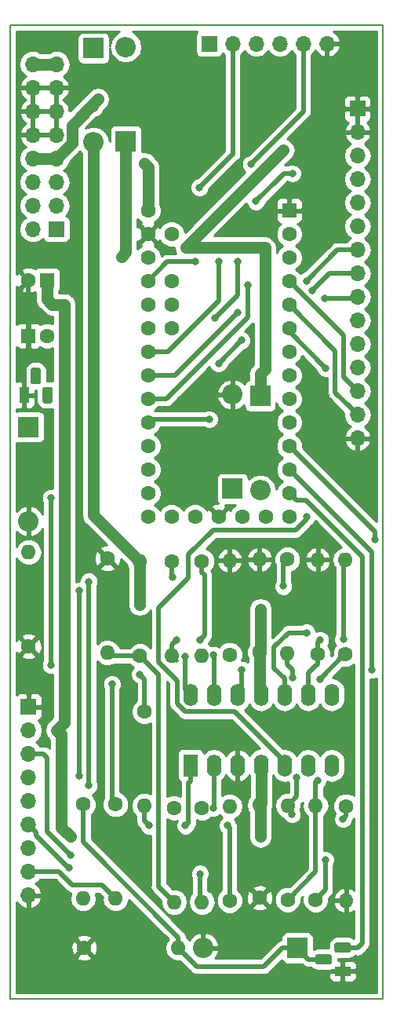
<source format=gbr>
%TF.GenerationSoftware,KiCad,Pcbnew,(5.0.1)-3*%
%TF.CreationDate,2019-04-27T14:03:59+01:00*%
%TF.ProjectId,Fractional clock divider bottom board,4672616374696F6E616C20636C6F636B,rev?*%
%TF.SameCoordinates,Original*%
%TF.FileFunction,Copper,L2,Bot,Signal*%
%TF.FilePolarity,Positive*%
%FSLAX46Y46*%
G04 Gerber Fmt 4.6, Leading zero omitted, Abs format (unit mm)*
G04 Created by KiCad (PCBNEW (5.0.1)-3) date 27/04/2019 14:03:59*
%MOMM*%
%LPD*%
G01*
G04 APERTURE LIST*
%ADD10C,0.150000*%
%ADD11R,1.800000X1.100000*%
%ADD12C,0.100000*%
%ADD13C,1.100000*%
%ADD14R,1.100000X1.800000*%
%ADD15O,1.600000X1.600000*%
%ADD16C,1.600000*%
%ADD17R,1.600000X1.600000*%
%ADD18O,2.200000X2.200000*%
%ADD19R,2.200000X2.200000*%
%ADD20R,1.700000X1.700000*%
%ADD21O,1.700000X1.700000*%
%ADD22R,1.600000X2.400000*%
%ADD23O,1.600000X2.400000*%
%ADD24C,1.200000*%
%ADD25C,0.800000*%
%ADD26C,1.270000*%
%ADD27C,0.500000*%
%ADD28C,0.254000*%
G04 APERTURE END LIST*
D10*
X61500000Y-120000000D02*
X101750000Y-120000000D01*
X101750000Y-15000000D02*
X101750000Y-120000000D01*
X61500000Y-15000000D02*
X61500000Y-120000000D01*
X61500000Y-15000000D02*
X101750000Y-15000000D01*
D11*
X97400000Y-117000000D03*
D12*
G36*
X98051955Y-113911324D02*
X98078650Y-113915284D01*
X98104828Y-113921841D01*
X98130238Y-113930933D01*
X98154634Y-113942472D01*
X98177782Y-113956346D01*
X98199458Y-113972422D01*
X98219454Y-113990546D01*
X98237578Y-114010542D01*
X98253654Y-114032218D01*
X98267528Y-114055366D01*
X98279067Y-114079762D01*
X98288159Y-114105172D01*
X98294716Y-114131350D01*
X98298676Y-114158045D01*
X98300000Y-114185000D01*
X98300000Y-114735000D01*
X98298676Y-114761955D01*
X98294716Y-114788650D01*
X98288159Y-114814828D01*
X98279067Y-114840238D01*
X98267528Y-114864634D01*
X98253654Y-114887782D01*
X98237578Y-114909458D01*
X98219454Y-114929454D01*
X98199458Y-114947578D01*
X98177782Y-114963654D01*
X98154634Y-114977528D01*
X98130238Y-114989067D01*
X98104828Y-114998159D01*
X98078650Y-115004716D01*
X98051955Y-115008676D01*
X98025000Y-115010000D01*
X96775000Y-115010000D01*
X96748045Y-115008676D01*
X96721350Y-115004716D01*
X96695172Y-114998159D01*
X96669762Y-114989067D01*
X96645366Y-114977528D01*
X96622218Y-114963654D01*
X96600542Y-114947578D01*
X96580546Y-114929454D01*
X96562422Y-114909458D01*
X96546346Y-114887782D01*
X96532472Y-114864634D01*
X96520933Y-114840238D01*
X96511841Y-114814828D01*
X96505284Y-114788650D01*
X96501324Y-114761955D01*
X96500000Y-114735000D01*
X96500000Y-114185000D01*
X96501324Y-114158045D01*
X96505284Y-114131350D01*
X96511841Y-114105172D01*
X96520933Y-114079762D01*
X96532472Y-114055366D01*
X96546346Y-114032218D01*
X96562422Y-114010542D01*
X96580546Y-113990546D01*
X96600542Y-113972422D01*
X96622218Y-113956346D01*
X96645366Y-113942472D01*
X96669762Y-113930933D01*
X96695172Y-113921841D01*
X96721350Y-113915284D01*
X96748045Y-113911324D01*
X96775000Y-113910000D01*
X98025000Y-113910000D01*
X98051955Y-113911324D01*
X98051955Y-113911324D01*
G37*
D13*
X97400000Y-114460000D03*
D12*
G36*
X95981955Y-115181324D02*
X96008650Y-115185284D01*
X96034828Y-115191841D01*
X96060238Y-115200933D01*
X96084634Y-115212472D01*
X96107782Y-115226346D01*
X96129458Y-115242422D01*
X96149454Y-115260546D01*
X96167578Y-115280542D01*
X96183654Y-115302218D01*
X96197528Y-115325366D01*
X96209067Y-115349762D01*
X96218159Y-115375172D01*
X96224716Y-115401350D01*
X96228676Y-115428045D01*
X96230000Y-115455000D01*
X96230000Y-116005000D01*
X96228676Y-116031955D01*
X96224716Y-116058650D01*
X96218159Y-116084828D01*
X96209067Y-116110238D01*
X96197528Y-116134634D01*
X96183654Y-116157782D01*
X96167578Y-116179458D01*
X96149454Y-116199454D01*
X96129458Y-116217578D01*
X96107782Y-116233654D01*
X96084634Y-116247528D01*
X96060238Y-116259067D01*
X96034828Y-116268159D01*
X96008650Y-116274716D01*
X95981955Y-116278676D01*
X95955000Y-116280000D01*
X94705000Y-116280000D01*
X94678045Y-116278676D01*
X94651350Y-116274716D01*
X94625172Y-116268159D01*
X94599762Y-116259067D01*
X94575366Y-116247528D01*
X94552218Y-116233654D01*
X94530542Y-116217578D01*
X94510546Y-116199454D01*
X94492422Y-116179458D01*
X94476346Y-116157782D01*
X94462472Y-116134634D01*
X94450933Y-116110238D01*
X94441841Y-116084828D01*
X94435284Y-116058650D01*
X94431324Y-116031955D01*
X94430000Y-116005000D01*
X94430000Y-115455000D01*
X94431324Y-115428045D01*
X94435284Y-115401350D01*
X94441841Y-115375172D01*
X94450933Y-115349762D01*
X94462472Y-115325366D01*
X94476346Y-115302218D01*
X94492422Y-115280542D01*
X94510546Y-115260546D01*
X94530542Y-115242422D01*
X94552218Y-115226346D01*
X94575366Y-115212472D01*
X94599762Y-115200933D01*
X94625172Y-115191841D01*
X94651350Y-115185284D01*
X94678045Y-115181324D01*
X94705000Y-115180000D01*
X95955000Y-115180000D01*
X95981955Y-115181324D01*
X95981955Y-115181324D01*
G37*
D13*
X95330000Y-115730000D03*
D14*
X63000000Y-54900000D03*
D12*
G36*
X65841955Y-54001324D02*
X65868650Y-54005284D01*
X65894828Y-54011841D01*
X65920238Y-54020933D01*
X65944634Y-54032472D01*
X65967782Y-54046346D01*
X65989458Y-54062422D01*
X66009454Y-54080546D01*
X66027578Y-54100542D01*
X66043654Y-54122218D01*
X66057528Y-54145366D01*
X66069067Y-54169762D01*
X66078159Y-54195172D01*
X66084716Y-54221350D01*
X66088676Y-54248045D01*
X66090000Y-54275000D01*
X66090000Y-55525000D01*
X66088676Y-55551955D01*
X66084716Y-55578650D01*
X66078159Y-55604828D01*
X66069067Y-55630238D01*
X66057528Y-55654634D01*
X66043654Y-55677782D01*
X66027578Y-55699458D01*
X66009454Y-55719454D01*
X65989458Y-55737578D01*
X65967782Y-55753654D01*
X65944634Y-55767528D01*
X65920238Y-55779067D01*
X65894828Y-55788159D01*
X65868650Y-55794716D01*
X65841955Y-55798676D01*
X65815000Y-55800000D01*
X65265000Y-55800000D01*
X65238045Y-55798676D01*
X65211350Y-55794716D01*
X65185172Y-55788159D01*
X65159762Y-55779067D01*
X65135366Y-55767528D01*
X65112218Y-55753654D01*
X65090542Y-55737578D01*
X65070546Y-55719454D01*
X65052422Y-55699458D01*
X65036346Y-55677782D01*
X65022472Y-55654634D01*
X65010933Y-55630238D01*
X65001841Y-55604828D01*
X64995284Y-55578650D01*
X64991324Y-55551955D01*
X64990000Y-55525000D01*
X64990000Y-54275000D01*
X64991324Y-54248045D01*
X64995284Y-54221350D01*
X65001841Y-54195172D01*
X65010933Y-54169762D01*
X65022472Y-54145366D01*
X65036346Y-54122218D01*
X65052422Y-54100542D01*
X65070546Y-54080546D01*
X65090542Y-54062422D01*
X65112218Y-54046346D01*
X65135366Y-54032472D01*
X65159762Y-54020933D01*
X65185172Y-54011841D01*
X65211350Y-54005284D01*
X65238045Y-54001324D01*
X65265000Y-54000000D01*
X65815000Y-54000000D01*
X65841955Y-54001324D01*
X65841955Y-54001324D01*
G37*
D13*
X65540000Y-54900000D03*
D12*
G36*
X64571955Y-51931324D02*
X64598650Y-51935284D01*
X64624828Y-51941841D01*
X64650238Y-51950933D01*
X64674634Y-51962472D01*
X64697782Y-51976346D01*
X64719458Y-51992422D01*
X64739454Y-52010546D01*
X64757578Y-52030542D01*
X64773654Y-52052218D01*
X64787528Y-52075366D01*
X64799067Y-52099762D01*
X64808159Y-52125172D01*
X64814716Y-52151350D01*
X64818676Y-52178045D01*
X64820000Y-52205000D01*
X64820000Y-53455000D01*
X64818676Y-53481955D01*
X64814716Y-53508650D01*
X64808159Y-53534828D01*
X64799067Y-53560238D01*
X64787528Y-53584634D01*
X64773654Y-53607782D01*
X64757578Y-53629458D01*
X64739454Y-53649454D01*
X64719458Y-53667578D01*
X64697782Y-53683654D01*
X64674634Y-53697528D01*
X64650238Y-53709067D01*
X64624828Y-53718159D01*
X64598650Y-53724716D01*
X64571955Y-53728676D01*
X64545000Y-53730000D01*
X63995000Y-53730000D01*
X63968045Y-53728676D01*
X63941350Y-53724716D01*
X63915172Y-53718159D01*
X63889762Y-53709067D01*
X63865366Y-53697528D01*
X63842218Y-53683654D01*
X63820542Y-53667578D01*
X63800546Y-53649454D01*
X63782422Y-53629458D01*
X63766346Y-53607782D01*
X63752472Y-53584634D01*
X63740933Y-53560238D01*
X63731841Y-53534828D01*
X63725284Y-53508650D01*
X63721324Y-53481955D01*
X63720000Y-53455000D01*
X63720000Y-52205000D01*
X63721324Y-52178045D01*
X63725284Y-52151350D01*
X63731841Y-52125172D01*
X63740933Y-52099762D01*
X63752472Y-52075366D01*
X63766346Y-52052218D01*
X63782422Y-52030542D01*
X63800546Y-52010546D01*
X63820542Y-51992422D01*
X63842218Y-51976346D01*
X63865366Y-51962472D01*
X63889762Y-51950933D01*
X63915172Y-51941841D01*
X63941350Y-51935284D01*
X63968045Y-51931324D01*
X63995000Y-51930000D01*
X64545000Y-51930000D01*
X64571955Y-51931324D01*
X64571955Y-51931324D01*
G37*
D13*
X64270000Y-52830000D03*
D15*
X88431834Y-72606702D03*
D16*
X88431834Y-82606702D03*
D15*
X88431834Y-99106702D03*
D16*
X88431834Y-109106702D03*
D17*
X65500000Y-42500000D03*
D16*
X63500000Y-42500000D03*
X65500000Y-48500000D03*
D17*
X63500000Y-48500000D03*
D18*
X74000000Y-17340000D03*
D19*
X74000000Y-27500000D03*
X70500000Y-17500000D03*
D18*
X70500000Y-27660000D03*
D19*
X92500000Y-114500000D03*
D18*
X82340000Y-114500000D03*
D19*
X63500000Y-58340000D03*
D18*
X63500000Y-68500000D03*
X88500000Y-65160000D03*
D19*
X88500000Y-55000000D03*
D18*
X85500000Y-54840000D03*
D19*
X85500000Y-65000000D03*
D20*
X66500000Y-37000000D03*
D21*
X63960000Y-37000000D03*
X66500000Y-34460000D03*
X63960000Y-34460000D03*
X66500000Y-31920000D03*
X63960000Y-31920000D03*
X66500000Y-29380000D03*
X63960000Y-29380000D03*
X66500000Y-26840000D03*
X63960000Y-26840000D03*
X66500000Y-24300000D03*
X63960000Y-24300000D03*
X66500000Y-21760000D03*
X63960000Y-21760000D03*
X66500000Y-19220000D03*
X63960000Y-19220000D03*
X95700000Y-17000000D03*
X93160000Y-17000000D03*
X90620000Y-17000000D03*
X88080000Y-17000000D03*
X85540000Y-17000000D03*
D20*
X83000000Y-17000000D03*
X99000000Y-24000000D03*
D21*
X99000000Y-26540000D03*
X99000000Y-29080000D03*
X99000000Y-31620000D03*
X99000000Y-34160000D03*
X99000000Y-36700000D03*
X99000000Y-39240000D03*
X99000000Y-41780000D03*
X99000000Y-44320000D03*
X99000000Y-46860000D03*
X99000000Y-49400000D03*
X99000000Y-51940000D03*
X99000000Y-54480000D03*
X99000000Y-57020000D03*
X99000000Y-59560000D03*
X63500000Y-108820000D03*
X63500000Y-106280000D03*
X63500000Y-103740000D03*
X63500000Y-101200000D03*
X63500000Y-98660000D03*
X63500000Y-96120000D03*
X63500000Y-93580000D03*
X63500000Y-91040000D03*
D20*
X63500000Y-88500000D03*
D16*
X97759090Y-99236542D03*
D15*
X97759090Y-109396542D03*
X94705873Y-72651486D03*
D16*
X94705873Y-82811486D03*
X85205873Y-82890678D03*
D15*
X85205873Y-72730678D03*
X91473391Y-99151486D03*
D16*
X91473391Y-109311486D03*
X97705873Y-82811486D03*
D15*
X97705873Y-72651486D03*
D16*
X82205873Y-72811486D03*
D15*
X82205873Y-82971486D03*
D16*
X94473391Y-109311486D03*
D15*
X94473391Y-99151486D03*
D16*
X91431834Y-72606702D03*
D15*
X91431834Y-82766702D03*
X78973391Y-82971486D03*
D16*
X78973391Y-72811486D03*
D15*
X75500000Y-72840000D03*
D16*
X75500000Y-83000000D03*
D15*
X72000000Y-82660000D03*
D16*
X72000000Y-72500000D03*
X69394226Y-99018477D03*
D15*
X69394226Y-109178477D03*
X72894226Y-109178477D03*
D16*
X72894226Y-99018477D03*
X79205873Y-99390678D03*
D15*
X79205873Y-109550678D03*
X82205873Y-109550678D03*
D16*
X82205873Y-99390678D03*
D15*
X79660000Y-114500000D03*
D16*
X69500000Y-114500000D03*
X63500000Y-82000000D03*
D15*
X63500000Y-71840000D03*
D16*
X85205873Y-109390678D03*
D15*
X85205873Y-99230678D03*
X76000000Y-99160000D03*
D16*
X76000000Y-89000000D03*
D22*
X80973391Y-94811486D03*
D23*
X96213391Y-87191486D03*
X83513391Y-94811486D03*
X93673391Y-87191486D03*
X86053391Y-94811486D03*
X91133391Y-87191486D03*
X88593391Y-94811486D03*
X88593391Y-87191486D03*
X91133391Y-94811486D03*
X86053391Y-87191486D03*
X93673391Y-94811486D03*
X83513391Y-87191486D03*
X96213391Y-94811486D03*
X80973391Y-87191486D03*
D16*
X84000000Y-68010000D03*
X81460000Y-68010000D03*
X78920000Y-68010000D03*
X76380000Y-68010000D03*
X86540000Y-68010000D03*
X89080000Y-68010000D03*
X91620000Y-68010000D03*
X76380000Y-65470000D03*
X76380000Y-62930000D03*
X76380000Y-60390000D03*
X76380000Y-57850000D03*
X76380000Y-55310000D03*
X76380000Y-52770000D03*
X76380000Y-50230000D03*
X76380000Y-47690000D03*
X76380000Y-45150000D03*
X76380000Y-42610000D03*
X76380000Y-40070000D03*
X76380000Y-37530000D03*
X76380000Y-34990000D03*
X78920000Y-37530000D03*
X78920000Y-42610000D03*
X78920000Y-45150000D03*
X78920000Y-47690000D03*
X91620000Y-65470000D03*
X91620000Y-62930000D03*
X91620000Y-60390000D03*
X91620000Y-57850000D03*
X91620000Y-55310000D03*
X91620000Y-52770000D03*
X91620000Y-50230000D03*
X91620000Y-47690000D03*
X91620000Y-45150000D03*
X91620000Y-42610000D03*
X91620000Y-40070000D03*
X91620000Y-37530000D03*
D17*
X91620000Y-34990000D03*
D24*
X66500000Y-91000000D03*
X68000000Y-102500000D03*
X88500000Y-102500000D03*
X73500000Y-40000000D03*
X88500000Y-78000000D03*
X75500000Y-77500000D03*
X70500000Y-48500000D03*
X71000000Y-23000000D03*
D25*
X72500000Y-86050000D03*
X75500000Y-85000000D03*
X65900001Y-84000000D03*
X65900001Y-66000000D03*
D24*
X80500000Y-39000000D03*
X91000000Y-28500000D03*
X76000000Y-29920000D03*
D25*
X87485301Y-29985301D03*
X83620464Y-46620464D03*
X86100001Y-40500000D03*
X87150001Y-43000000D03*
X88050011Y-34015269D03*
X92000000Y-31000000D03*
X86100001Y-46000000D03*
X84000000Y-51500000D03*
X86500000Y-49000000D03*
X93500000Y-42570001D03*
X94120929Y-43626004D03*
X95500000Y-44500000D03*
X95549990Y-52000000D03*
X67889702Y-105854422D03*
X82000000Y-106500000D03*
X79000000Y-74500000D03*
X70000000Y-75000000D03*
X70000000Y-97000000D03*
X68950000Y-95950000D03*
X68950000Y-76000000D03*
X91000000Y-75500000D03*
X68000000Y-104500000D03*
X95523391Y-105000000D03*
X92450656Y-96119679D03*
X97431834Y-100606702D03*
X91931834Y-100106702D03*
X94973391Y-81311486D03*
X97460818Y-81230362D03*
X83431834Y-82890678D03*
X94707656Y-96432264D03*
X92000000Y-85350000D03*
X94921905Y-85500000D03*
X79473391Y-81311486D03*
X81973391Y-81311486D03*
X80431834Y-83106702D03*
X83431834Y-99390678D03*
X84973391Y-101311486D03*
X76473391Y-101311486D03*
X80431834Y-101311486D03*
X81500000Y-40500000D03*
X81950000Y-32500000D03*
X84000000Y-40500000D03*
X83000000Y-57500000D03*
X100875000Y-70500000D03*
X93500000Y-80500000D03*
X93500000Y-68000000D03*
X100550000Y-84500000D03*
X86500000Y-84500000D03*
D26*
X88593391Y-98945145D02*
X88431834Y-99106702D01*
X88593391Y-94811486D02*
X88593391Y-98945145D01*
X66500000Y-91000000D02*
X67000000Y-91500000D01*
X67000000Y-91500000D02*
X67000000Y-101500000D01*
X67000000Y-101500000D02*
X68000000Y-102500000D01*
X88500000Y-99174868D02*
X88431834Y-99106702D01*
X88500000Y-102500000D02*
X88500000Y-99174868D01*
X74000000Y-27500000D02*
X74000000Y-39500000D01*
X74000000Y-39500000D02*
X73500000Y-40000000D01*
X65500000Y-44570000D02*
X65500000Y-42500000D01*
X66044188Y-45114188D02*
X65500000Y-44570000D01*
X67329990Y-45114188D02*
X66044188Y-45114188D01*
X67335001Y-45119199D02*
X67329990Y-45114188D01*
X67335001Y-90164999D02*
X67335001Y-45119199D01*
X66500000Y-91000000D02*
X67335001Y-90164999D01*
D27*
X66500000Y-21760000D02*
X63960000Y-21760000D01*
X63960000Y-21760000D02*
X63960000Y-24300000D01*
X63960000Y-24300000D02*
X63960000Y-26840000D01*
X63960000Y-26840000D02*
X66500000Y-26840000D01*
X66500000Y-26840000D02*
X66500000Y-24300000D01*
X66500000Y-24300000D02*
X66500000Y-21760000D01*
X66500000Y-24300000D02*
X63960000Y-24300000D01*
X63500000Y-42500000D02*
X63500000Y-48500000D01*
X63500000Y-49800000D02*
X63500000Y-48500000D01*
X63000000Y-50300000D02*
X63500000Y-49800000D01*
X63000000Y-54500000D02*
X63000000Y-50300000D01*
D26*
X88431834Y-87029929D02*
X88593391Y-87191486D01*
X88431834Y-82606702D02*
X88431834Y-87029929D01*
X88500000Y-82538536D02*
X88431834Y-82606702D01*
X88500000Y-78000000D02*
X88500000Y-82538536D01*
X75500000Y-72840000D02*
X75500000Y-77500000D01*
X70500000Y-27660000D02*
X70500000Y-46000000D01*
X70500000Y-67840000D02*
X75500000Y-72840000D01*
X70500000Y-46000000D02*
X70500000Y-48500000D01*
X70500000Y-48500000D02*
X70500000Y-67840000D01*
X70400001Y-23599999D02*
X70400001Y-23729801D01*
X71000000Y-23000000D02*
X70400001Y-23599999D01*
X66500000Y-29380000D02*
X63960000Y-29380000D01*
X67349999Y-28530001D02*
X66500000Y-29380000D01*
X68185001Y-27694999D02*
X67349999Y-28530001D01*
X68185001Y-25814999D02*
X68185001Y-27694999D01*
X70400001Y-23599999D02*
X68185001Y-25814999D01*
X66500000Y-19220000D02*
X63960000Y-19220000D01*
D27*
X93730000Y-115730000D02*
X92500000Y-114500000D01*
X90900000Y-114500000D02*
X92500000Y-114500000D01*
X88900000Y-116500000D02*
X90900000Y-114500000D01*
X81660000Y-116500000D02*
X88900000Y-116500000D01*
X79660000Y-114500000D02*
X81660000Y-116500000D01*
X69394226Y-100149847D02*
X69394226Y-99018477D01*
X69394226Y-103102856D02*
X69394226Y-100149847D01*
X79660000Y-113368630D02*
X69394226Y-103102856D01*
X79660000Y-114500000D02*
X79660000Y-113368630D01*
X93730000Y-115730000D02*
X95730000Y-115730000D01*
X72500000Y-86050000D02*
X72500000Y-98624251D01*
X72500000Y-98624251D02*
X72894226Y-99018477D01*
X76000000Y-89000000D02*
X76000000Y-85500000D01*
X76000000Y-85500000D02*
X75500000Y-85000000D01*
X65900001Y-84000000D02*
X65900001Y-66000000D01*
D26*
X80500000Y-39000000D02*
X81000000Y-38500000D01*
X81000000Y-38500000D02*
X91000000Y-28500000D01*
X88500000Y-52630000D02*
X88500000Y-55000000D01*
X89000000Y-52130000D02*
X88500000Y-52630000D01*
X89000000Y-39000000D02*
X89000000Y-52130000D01*
X80500000Y-39000000D02*
X89000000Y-39000000D01*
X76380000Y-30300000D02*
X76000000Y-29920000D01*
X76380000Y-34990000D02*
X76380000Y-30300000D01*
D27*
X93160000Y-17000000D02*
X93160000Y-24310602D01*
X93160000Y-24310602D02*
X87485301Y-29985301D01*
X83620464Y-46620464D02*
X86100001Y-44140927D01*
X86100001Y-44140927D02*
X86100001Y-40500000D01*
X87150001Y-46504002D02*
X87150001Y-43000000D01*
X76380000Y-55310000D02*
X78344003Y-55310000D01*
X78344003Y-55310000D02*
X87150001Y-46504002D01*
X90445280Y-31620000D02*
X88050011Y-34015269D01*
X91065280Y-31000000D02*
X90445280Y-31620000D01*
X92000000Y-31000000D02*
X91065280Y-31000000D01*
X76380000Y-52770000D02*
X79330001Y-52770000D01*
X79330001Y-52770000D02*
X86100001Y-46000000D01*
X84000000Y-51500000D02*
X86500000Y-49000000D01*
X99000000Y-39240000D02*
X96830001Y-39240000D01*
X96830001Y-39240000D02*
X93500000Y-42570001D01*
X99000000Y-41780000D02*
X95966933Y-41780000D01*
X95966933Y-41780000D02*
X94120929Y-43626004D01*
X98820000Y-44500000D02*
X99000000Y-44320000D01*
X95500000Y-44500000D02*
X98820000Y-44500000D01*
X91620000Y-48070010D02*
X91620000Y-47690000D01*
X95549990Y-52000000D02*
X91620000Y-48070010D01*
X92419999Y-43409999D02*
X91620000Y-42610000D01*
X97499999Y-48489999D02*
X92419999Y-43409999D01*
X97499999Y-52979999D02*
X97499999Y-48489999D01*
X99000000Y-54480000D02*
X97499999Y-52979999D01*
X98150001Y-56170001D02*
X99000000Y-57020000D01*
X96599990Y-54619990D02*
X98150001Y-56170001D01*
X96599990Y-50129990D02*
X96599990Y-54619990D01*
X91620000Y-45150000D02*
X96599990Y-50129990D01*
X72094227Y-108378478D02*
X72894226Y-109178477D01*
X71444225Y-107728476D02*
X72094227Y-108378478D01*
X68209754Y-107728476D02*
X71444225Y-107728476D01*
X66761278Y-106280000D02*
X68209754Y-107728476D01*
X63500000Y-106280000D02*
X66761278Y-106280000D01*
X67800420Y-105854422D02*
X67889702Y-105854422D01*
X64349999Y-102404001D02*
X67800420Y-105854422D01*
X63500000Y-101200000D02*
X64349999Y-102049999D01*
X64349999Y-102049999D02*
X64349999Y-102404001D01*
X82000000Y-109344805D02*
X82205873Y-109550678D01*
X82000000Y-106500000D02*
X82000000Y-109344805D01*
X78973391Y-72811486D02*
X78973391Y-74473391D01*
X78973391Y-74473391D02*
X79000000Y-74500000D01*
X70000000Y-75000000D02*
X70000000Y-97000000D01*
X68950000Y-95950000D02*
X68950000Y-76000000D01*
X91000000Y-73038536D02*
X91431834Y-72606702D01*
X91000000Y-75500000D02*
X91000000Y-73038536D01*
X63500000Y-93580000D02*
X65080000Y-93580000D01*
X65080000Y-93580000D02*
X65500000Y-94000000D01*
X65500000Y-94000000D02*
X65500000Y-102000000D01*
X65500000Y-102000000D02*
X68000000Y-104500000D01*
X95523391Y-108261486D02*
X94473391Y-109311486D01*
X95523391Y-105000000D02*
X95523391Y-108261486D01*
X99500000Y-72299611D02*
X99500000Y-114000000D01*
X93470388Y-66269999D02*
X99500000Y-72299611D01*
X91620000Y-65470000D02*
X92419999Y-66269999D01*
X92419999Y-66269999D02*
X93470388Y-66269999D01*
X99500000Y-114000000D02*
X99000000Y-114500000D01*
X98960000Y-114460000D02*
X97000000Y-114460000D01*
X99000000Y-114500000D02*
X98960000Y-114460000D01*
X91173391Y-98851486D02*
X91473391Y-99151486D01*
X92450656Y-98174221D02*
X91473391Y-99151486D01*
X92450656Y-96119679D02*
X92450656Y-98174221D01*
X97759090Y-99236542D02*
X97759090Y-100279446D01*
X97759090Y-100279446D02*
X97431834Y-100606702D01*
X91931834Y-99609929D02*
X91473391Y-99151486D01*
X91931834Y-100106702D02*
X91931834Y-99609929D01*
X94673391Y-82843968D02*
X94705873Y-82811486D01*
X94705873Y-82811486D02*
X94705873Y-81579004D01*
X94705873Y-81579004D02*
X94973391Y-81311486D01*
X97460818Y-72896541D02*
X97705873Y-72651486D01*
X97460818Y-81230362D02*
X97460818Y-72896541D01*
X93673391Y-87191486D02*
X93673391Y-84826609D01*
X93673391Y-84826609D02*
X94500000Y-84000000D01*
X94705873Y-83942856D02*
X94705873Y-82811486D01*
X94648729Y-84000000D02*
X94705873Y-83942856D01*
X94500000Y-84000000D02*
X94648729Y-84000000D01*
X82013391Y-83163968D02*
X82205873Y-82971486D01*
X83513391Y-82972235D02*
X83431834Y-82890678D01*
X83513391Y-87191486D02*
X83513391Y-82972235D01*
X94473391Y-106311486D02*
X91473391Y-109311486D01*
X94473391Y-99151486D02*
X94473391Y-106311486D01*
X94473391Y-99151486D02*
X94473391Y-96666529D01*
X94473391Y-96666529D02*
X94707656Y-96432264D01*
X97213391Y-83303968D02*
X97705873Y-82811486D01*
X92000000Y-85350000D02*
X92000000Y-84500000D01*
X91431834Y-83931834D02*
X91431834Y-82766702D01*
X92000000Y-84500000D02*
X91431834Y-83931834D01*
X97610419Y-82811486D02*
X94921905Y-85500000D01*
X97705873Y-82811486D02*
X97610419Y-82811486D01*
X79473391Y-83471486D02*
X78973391Y-82971486D01*
X78973391Y-82971486D02*
X78973391Y-81811486D01*
X78973391Y-81811486D02*
X79473391Y-81311486D01*
X81973391Y-81311486D02*
X82473391Y-80811486D01*
X82473391Y-80811486D02*
X82473391Y-74311486D01*
X82205873Y-74043968D02*
X82205873Y-72811486D01*
X82473391Y-74311486D02*
X82205873Y-74043968D01*
X80973391Y-87191486D02*
X80431834Y-86649929D01*
X80431834Y-86649929D02*
X80431834Y-83106702D01*
X78973391Y-109318196D02*
X79205873Y-109550678D01*
X72340000Y-83000000D02*
X72000000Y-82660000D01*
X75500000Y-83000000D02*
X72340000Y-83000000D01*
X78405874Y-108750679D02*
X79205873Y-109550678D01*
X77523392Y-107868197D02*
X78405874Y-108750679D01*
X77523392Y-85023392D02*
X77523392Y-107868197D01*
X75500000Y-83000000D02*
X77523392Y-85023392D01*
X83513391Y-99309121D02*
X83431834Y-99390678D01*
X83513391Y-94811486D02*
X83513391Y-99309121D01*
X85205873Y-109390678D02*
X85205873Y-101543968D01*
X85205873Y-101543968D02*
X84973391Y-101311486D01*
X76473391Y-101311486D02*
X75973391Y-100811486D01*
X80973391Y-94811486D02*
X80973391Y-96511486D01*
X80973391Y-96511486D02*
X80755872Y-96729005D01*
X80755872Y-96729005D02*
X80755872Y-100987448D01*
X80755872Y-100987448D02*
X80431834Y-101311486D01*
X76000000Y-100473391D02*
X75973391Y-100500000D01*
X76000000Y-99160000D02*
X76000000Y-100473391D01*
X75973391Y-100811486D02*
X75973391Y-100500000D01*
X75973391Y-100500000D02*
X75973391Y-99151486D01*
X76380000Y-42610000D02*
X78490000Y-40500000D01*
X78490000Y-40500000D02*
X81500000Y-40500000D01*
X85540000Y-28910000D02*
X85540000Y-17000000D01*
X81950000Y-32500000D02*
X85540000Y-28910000D01*
X84000000Y-44756002D02*
X84000000Y-40500000D01*
X76380000Y-50230000D02*
X78526002Y-50230000D01*
X78526002Y-50230000D02*
X84000000Y-44756002D01*
X76730000Y-57500000D02*
X76380000Y-57850000D01*
X83000000Y-57500000D02*
X76730000Y-57500000D01*
X91620000Y-60390000D02*
X100875000Y-69645000D01*
X100875000Y-69645000D02*
X100875000Y-70500000D01*
X91133391Y-85491486D02*
X91133391Y-87191486D01*
X89981833Y-84339928D02*
X91133391Y-85491486D01*
X89981833Y-82070701D02*
X89981833Y-84339928D01*
X91552534Y-80500000D02*
X89981833Y-82070701D01*
X93500000Y-80500000D02*
X91552534Y-80500000D01*
X93500000Y-68276002D02*
X93500000Y-68000000D01*
X80755872Y-74607469D02*
X80755872Y-72115485D01*
X77523390Y-83667487D02*
X77523390Y-77839951D01*
X91133391Y-94411486D02*
X85763401Y-89041496D01*
X77523390Y-77839951D02*
X80755872Y-74607469D01*
X91133391Y-94811486D02*
X91133391Y-94411486D01*
X92316001Y-69460001D02*
X93500000Y-68276002D01*
X85763401Y-89041496D02*
X80372778Y-89041496D01*
X80755872Y-72115485D02*
X83411356Y-69460001D01*
X80372778Y-89041496D02*
X79523381Y-88192099D01*
X79523381Y-88192099D02*
X79523381Y-85667478D01*
X83411356Y-69460001D02*
X92316001Y-69460001D01*
X79523381Y-85667478D02*
X77523390Y-83667487D01*
X91620000Y-62930000D02*
X100550000Y-71860000D01*
X100550000Y-71860000D02*
X100550000Y-84500000D01*
X86500000Y-86744877D02*
X86053391Y-87191486D01*
X86500000Y-84500000D02*
X86500000Y-86744877D01*
D28*
G36*
X101040001Y-119290000D02*
X62210000Y-119290000D01*
X62210000Y-115507745D01*
X68671861Y-115507745D01*
X68745995Y-115753864D01*
X69283223Y-115946965D01*
X69853454Y-115919778D01*
X70254005Y-115753864D01*
X70328139Y-115507745D01*
X69500000Y-114679605D01*
X68671861Y-115507745D01*
X62210000Y-115507745D01*
X62210000Y-114283223D01*
X68053035Y-114283223D01*
X68080222Y-114853454D01*
X68246136Y-115254005D01*
X68492255Y-115328139D01*
X69320395Y-114500000D01*
X69679605Y-114500000D01*
X70507745Y-115328139D01*
X70753864Y-115254005D01*
X70946965Y-114716777D01*
X70919778Y-114146546D01*
X70753864Y-113745995D01*
X70507745Y-113671861D01*
X69679605Y-114500000D01*
X69320395Y-114500000D01*
X68492255Y-113671861D01*
X68246136Y-113745995D01*
X68053035Y-114283223D01*
X62210000Y-114283223D01*
X62210000Y-113492255D01*
X68671861Y-113492255D01*
X69500000Y-114320395D01*
X70328139Y-113492255D01*
X70254005Y-113246136D01*
X69716777Y-113053035D01*
X69146546Y-113080222D01*
X68745995Y-113246136D01*
X68671861Y-113492255D01*
X62210000Y-113492255D01*
X62210000Y-109542608D01*
X62228355Y-109586924D01*
X62618642Y-110015183D01*
X63143108Y-110261486D01*
X63373000Y-110140819D01*
X63373000Y-108947000D01*
X63627000Y-108947000D01*
X63627000Y-110140819D01*
X63856892Y-110261486D01*
X64381358Y-110015183D01*
X64771645Y-109586924D01*
X64941476Y-109176890D01*
X64820155Y-108947000D01*
X63627000Y-108947000D01*
X63373000Y-108947000D01*
X63353000Y-108947000D01*
X63353000Y-108693000D01*
X63373000Y-108693000D01*
X63373000Y-108673000D01*
X63627000Y-108673000D01*
X63627000Y-108693000D01*
X64820155Y-108693000D01*
X64941476Y-108463110D01*
X64771645Y-108053076D01*
X64381358Y-107624817D01*
X64251522Y-107563843D01*
X64570625Y-107350625D01*
X64694656Y-107165000D01*
X66394700Y-107165000D01*
X67522331Y-108292632D01*
X67571705Y-108366525D01*
X67645598Y-108415899D01*
X67645599Y-108415900D01*
X67670220Y-108432351D01*
X67864444Y-108562128D01*
X68054887Y-108600009D01*
X68042486Y-108618568D01*
X67931113Y-109178477D01*
X68042486Y-109738386D01*
X68359649Y-110213054D01*
X68834317Y-110530217D01*
X69252893Y-110613477D01*
X69535559Y-110613477D01*
X69954135Y-110530217D01*
X70428803Y-110213054D01*
X70745966Y-109738386D01*
X70857339Y-109178477D01*
X70745966Y-108618568D01*
X70742564Y-108613476D01*
X71077647Y-108613476D01*
X71466209Y-109002039D01*
X71431113Y-109178477D01*
X71542486Y-109738386D01*
X71859649Y-110213054D01*
X72334317Y-110530217D01*
X72752893Y-110613477D01*
X73035559Y-110613477D01*
X73454135Y-110530217D01*
X73928803Y-110213054D01*
X74245966Y-109738386D01*
X74334266Y-109294474D01*
X78577274Y-113537483D01*
X78308260Y-113940091D01*
X78196887Y-114500000D01*
X78308260Y-115059909D01*
X78625423Y-115534577D01*
X79100091Y-115851740D01*
X79518667Y-115935000D01*
X79801333Y-115935000D01*
X79836439Y-115928017D01*
X80972577Y-117064156D01*
X81021951Y-117138049D01*
X81095844Y-117187423D01*
X81095845Y-117187424D01*
X81206880Y-117261615D01*
X81314690Y-117333652D01*
X81572835Y-117385000D01*
X81572839Y-117385000D01*
X81659999Y-117402337D01*
X81747159Y-117385000D01*
X88812839Y-117385000D01*
X88900000Y-117402337D01*
X88987161Y-117385000D01*
X88987165Y-117385000D01*
X89245310Y-117333652D01*
X89317000Y-117285750D01*
X95865000Y-117285750D01*
X95865000Y-117676309D01*
X95961673Y-117909698D01*
X96140301Y-118088327D01*
X96373690Y-118185000D01*
X97114250Y-118185000D01*
X97273000Y-118026250D01*
X97273000Y-117127000D01*
X97527000Y-117127000D01*
X97527000Y-118026250D01*
X97685750Y-118185000D01*
X98426310Y-118185000D01*
X98659699Y-118088327D01*
X98838327Y-117909698D01*
X98935000Y-117676309D01*
X98935000Y-117285750D01*
X98776250Y-117127000D01*
X97527000Y-117127000D01*
X97273000Y-117127000D01*
X96023750Y-117127000D01*
X95865000Y-117285750D01*
X89317000Y-117285750D01*
X89538049Y-117138049D01*
X89587425Y-117064153D01*
X90802632Y-115848946D01*
X90942191Y-116057809D01*
X91152235Y-116198157D01*
X91400000Y-116247440D01*
X92995861Y-116247440D01*
X93042577Y-116294156D01*
X93091951Y-116368049D01*
X93165844Y-116417423D01*
X93165845Y-116417424D01*
X93384690Y-116563652D01*
X93642835Y-116615000D01*
X93642839Y-116615000D01*
X93730000Y-116632337D01*
X93817161Y-116615000D01*
X94024496Y-116615000D01*
X94052736Y-116657264D01*
X94351997Y-116857223D01*
X94705000Y-116927440D01*
X95955000Y-116927440D01*
X96228687Y-116873000D01*
X97273000Y-116873000D01*
X97273000Y-115973750D01*
X97527000Y-115973750D01*
X97527000Y-116873000D01*
X98776250Y-116873000D01*
X98935000Y-116714250D01*
X98935000Y-116323691D01*
X98838327Y-116090302D01*
X98659699Y-115911673D01*
X98426310Y-115815000D01*
X97685750Y-115815000D01*
X97527000Y-115973750D01*
X97273000Y-115973750D01*
X97114250Y-115815000D01*
X96877440Y-115815000D01*
X96877440Y-115657440D01*
X98025000Y-115657440D01*
X98378003Y-115587223D01*
X98677264Y-115387264D01*
X98705504Y-115345000D01*
X98711742Y-115345000D01*
X99000000Y-115402337D01*
X99345310Y-115333652D01*
X99638049Y-115138049D01*
X99687425Y-115064153D01*
X100064153Y-114687425D01*
X100138049Y-114638049D01*
X100333652Y-114345310D01*
X100385000Y-114087165D01*
X100385000Y-114087161D01*
X100402337Y-114000000D01*
X100385000Y-113912839D01*
X100385000Y-85535000D01*
X100755874Y-85535000D01*
X101040001Y-85417311D01*
X101040001Y-119290000D01*
X101040001Y-119290000D01*
G37*
X101040001Y-119290000D02*
X62210000Y-119290000D01*
X62210000Y-115507745D01*
X68671861Y-115507745D01*
X68745995Y-115753864D01*
X69283223Y-115946965D01*
X69853454Y-115919778D01*
X70254005Y-115753864D01*
X70328139Y-115507745D01*
X69500000Y-114679605D01*
X68671861Y-115507745D01*
X62210000Y-115507745D01*
X62210000Y-114283223D01*
X68053035Y-114283223D01*
X68080222Y-114853454D01*
X68246136Y-115254005D01*
X68492255Y-115328139D01*
X69320395Y-114500000D01*
X69679605Y-114500000D01*
X70507745Y-115328139D01*
X70753864Y-115254005D01*
X70946965Y-114716777D01*
X70919778Y-114146546D01*
X70753864Y-113745995D01*
X70507745Y-113671861D01*
X69679605Y-114500000D01*
X69320395Y-114500000D01*
X68492255Y-113671861D01*
X68246136Y-113745995D01*
X68053035Y-114283223D01*
X62210000Y-114283223D01*
X62210000Y-113492255D01*
X68671861Y-113492255D01*
X69500000Y-114320395D01*
X70328139Y-113492255D01*
X70254005Y-113246136D01*
X69716777Y-113053035D01*
X69146546Y-113080222D01*
X68745995Y-113246136D01*
X68671861Y-113492255D01*
X62210000Y-113492255D01*
X62210000Y-109542608D01*
X62228355Y-109586924D01*
X62618642Y-110015183D01*
X63143108Y-110261486D01*
X63373000Y-110140819D01*
X63373000Y-108947000D01*
X63627000Y-108947000D01*
X63627000Y-110140819D01*
X63856892Y-110261486D01*
X64381358Y-110015183D01*
X64771645Y-109586924D01*
X64941476Y-109176890D01*
X64820155Y-108947000D01*
X63627000Y-108947000D01*
X63373000Y-108947000D01*
X63353000Y-108947000D01*
X63353000Y-108693000D01*
X63373000Y-108693000D01*
X63373000Y-108673000D01*
X63627000Y-108673000D01*
X63627000Y-108693000D01*
X64820155Y-108693000D01*
X64941476Y-108463110D01*
X64771645Y-108053076D01*
X64381358Y-107624817D01*
X64251522Y-107563843D01*
X64570625Y-107350625D01*
X64694656Y-107165000D01*
X66394700Y-107165000D01*
X67522331Y-108292632D01*
X67571705Y-108366525D01*
X67645598Y-108415899D01*
X67645599Y-108415900D01*
X67670220Y-108432351D01*
X67864444Y-108562128D01*
X68054887Y-108600009D01*
X68042486Y-108618568D01*
X67931113Y-109178477D01*
X68042486Y-109738386D01*
X68359649Y-110213054D01*
X68834317Y-110530217D01*
X69252893Y-110613477D01*
X69535559Y-110613477D01*
X69954135Y-110530217D01*
X70428803Y-110213054D01*
X70745966Y-109738386D01*
X70857339Y-109178477D01*
X70745966Y-108618568D01*
X70742564Y-108613476D01*
X71077647Y-108613476D01*
X71466209Y-109002039D01*
X71431113Y-109178477D01*
X71542486Y-109738386D01*
X71859649Y-110213054D01*
X72334317Y-110530217D01*
X72752893Y-110613477D01*
X73035559Y-110613477D01*
X73454135Y-110530217D01*
X73928803Y-110213054D01*
X74245966Y-109738386D01*
X74334266Y-109294474D01*
X78577274Y-113537483D01*
X78308260Y-113940091D01*
X78196887Y-114500000D01*
X78308260Y-115059909D01*
X78625423Y-115534577D01*
X79100091Y-115851740D01*
X79518667Y-115935000D01*
X79801333Y-115935000D01*
X79836439Y-115928017D01*
X80972577Y-117064156D01*
X81021951Y-117138049D01*
X81095844Y-117187423D01*
X81095845Y-117187424D01*
X81206880Y-117261615D01*
X81314690Y-117333652D01*
X81572835Y-117385000D01*
X81572839Y-117385000D01*
X81659999Y-117402337D01*
X81747159Y-117385000D01*
X88812839Y-117385000D01*
X88900000Y-117402337D01*
X88987161Y-117385000D01*
X88987165Y-117385000D01*
X89245310Y-117333652D01*
X89317000Y-117285750D01*
X95865000Y-117285750D01*
X95865000Y-117676309D01*
X95961673Y-117909698D01*
X96140301Y-118088327D01*
X96373690Y-118185000D01*
X97114250Y-118185000D01*
X97273000Y-118026250D01*
X97273000Y-117127000D01*
X97527000Y-117127000D01*
X97527000Y-118026250D01*
X97685750Y-118185000D01*
X98426310Y-118185000D01*
X98659699Y-118088327D01*
X98838327Y-117909698D01*
X98935000Y-117676309D01*
X98935000Y-117285750D01*
X98776250Y-117127000D01*
X97527000Y-117127000D01*
X97273000Y-117127000D01*
X96023750Y-117127000D01*
X95865000Y-117285750D01*
X89317000Y-117285750D01*
X89538049Y-117138049D01*
X89587425Y-117064153D01*
X90802632Y-115848946D01*
X90942191Y-116057809D01*
X91152235Y-116198157D01*
X91400000Y-116247440D01*
X92995861Y-116247440D01*
X93042577Y-116294156D01*
X93091951Y-116368049D01*
X93165844Y-116417423D01*
X93165845Y-116417424D01*
X93384690Y-116563652D01*
X93642835Y-116615000D01*
X93642839Y-116615000D01*
X93730000Y-116632337D01*
X93817161Y-116615000D01*
X94024496Y-116615000D01*
X94052736Y-116657264D01*
X94351997Y-116857223D01*
X94705000Y-116927440D01*
X95955000Y-116927440D01*
X96228687Y-116873000D01*
X97273000Y-116873000D01*
X97273000Y-115973750D01*
X97527000Y-115973750D01*
X97527000Y-116873000D01*
X98776250Y-116873000D01*
X98935000Y-116714250D01*
X98935000Y-116323691D01*
X98838327Y-116090302D01*
X98659699Y-115911673D01*
X98426310Y-115815000D01*
X97685750Y-115815000D01*
X97527000Y-115973750D01*
X97273000Y-115973750D01*
X97114250Y-115815000D01*
X96877440Y-115815000D01*
X96877440Y-115657440D01*
X98025000Y-115657440D01*
X98378003Y-115587223D01*
X98677264Y-115387264D01*
X98705504Y-115345000D01*
X98711742Y-115345000D01*
X99000000Y-115402337D01*
X99345310Y-115333652D01*
X99638049Y-115138049D01*
X99687425Y-115064153D01*
X100064153Y-114687425D01*
X100138049Y-114638049D01*
X100333652Y-114345310D01*
X100385000Y-114087165D01*
X100385000Y-114087161D01*
X100402337Y-114000000D01*
X100385000Y-113912839D01*
X100385000Y-85535000D01*
X100755874Y-85535000D01*
X101040001Y-85417311D01*
X101040001Y-119290000D01*
G36*
X70965423Y-83694577D02*
X71440091Y-84011740D01*
X71858667Y-84095000D01*
X72141333Y-84095000D01*
X72559909Y-84011740D01*
X72749589Y-83885000D01*
X74355604Y-83885000D01*
X74687138Y-84216534D01*
X74780912Y-84255377D01*
X74622569Y-84413720D01*
X74465000Y-84794126D01*
X74465000Y-85205874D01*
X74622569Y-85586280D01*
X74913720Y-85877431D01*
X75115001Y-85960804D01*
X75115000Y-87855604D01*
X74783466Y-88187138D01*
X74565000Y-88714561D01*
X74565000Y-89285439D01*
X74783466Y-89812862D01*
X75187138Y-90216534D01*
X75714561Y-90435000D01*
X76285439Y-90435000D01*
X76638392Y-90288802D01*
X76638393Y-97860701D01*
X76559909Y-97808260D01*
X76141333Y-97725000D01*
X75858667Y-97725000D01*
X75440091Y-97808260D01*
X74965423Y-98125423D01*
X74648260Y-98600091D01*
X74536887Y-99160000D01*
X74648260Y-99719909D01*
X74965423Y-100194577D01*
X75088391Y-100276742D01*
X75088391Y-100412839D01*
X75071054Y-100500000D01*
X75088391Y-100587161D01*
X75088391Y-100724325D01*
X75071054Y-100811486D01*
X75088391Y-100898647D01*
X75088391Y-100898650D01*
X75139739Y-101156795D01*
X75335342Y-101449535D01*
X75409238Y-101498911D01*
X75445960Y-101535633D01*
X75595960Y-101897766D01*
X75887111Y-102188917D01*
X76267517Y-102346486D01*
X76638393Y-102346486D01*
X76638393Y-107781031D01*
X76621055Y-107868197D01*
X76689740Y-108213506D01*
X76835968Y-108432351D01*
X76835970Y-108432353D01*
X76885344Y-108506246D01*
X76959237Y-108555620D01*
X77777856Y-109374240D01*
X77742760Y-109550678D01*
X77854133Y-110110587D01*
X78171296Y-110585255D01*
X78645964Y-110902418D01*
X79064540Y-110985678D01*
X79347206Y-110985678D01*
X79765782Y-110902418D01*
X80240450Y-110585255D01*
X80557613Y-110110587D01*
X80668986Y-109550678D01*
X80742760Y-109550678D01*
X80854133Y-110110587D01*
X81171296Y-110585255D01*
X81645964Y-110902418D01*
X82064540Y-110985678D01*
X82347206Y-110985678D01*
X82765782Y-110902418D01*
X83240450Y-110585255D01*
X83557613Y-110110587D01*
X83668986Y-109550678D01*
X83557613Y-108990769D01*
X83240450Y-108516101D01*
X82885000Y-108278597D01*
X82885000Y-107068007D01*
X83035000Y-106705874D01*
X83035000Y-106294126D01*
X82877431Y-105913720D01*
X82586280Y-105622569D01*
X82205874Y-105465000D01*
X81794126Y-105465000D01*
X81413720Y-105622569D01*
X81122569Y-105913720D01*
X80965000Y-106294126D01*
X80965000Y-106705874D01*
X81115000Y-107068007D01*
X81115001Y-108600353D01*
X80854133Y-108990769D01*
X80742760Y-109550678D01*
X80668986Y-109550678D01*
X80557613Y-108990769D01*
X80240450Y-108516101D01*
X79765782Y-108198938D01*
X79347206Y-108115678D01*
X79064540Y-108115678D01*
X79029435Y-108122661D01*
X78408392Y-107501619D01*
X78408392Y-100613583D01*
X78920434Y-100825678D01*
X79491312Y-100825678D01*
X79517234Y-100814941D01*
X79396834Y-101105612D01*
X79396834Y-101517360D01*
X79554403Y-101897766D01*
X79845554Y-102188917D01*
X80225960Y-102346486D01*
X80637708Y-102346486D01*
X81018114Y-102188917D01*
X81309265Y-101897766D01*
X81466834Y-101517360D01*
X81466834Y-101516376D01*
X81589524Y-101332758D01*
X81640872Y-101074613D01*
X81640872Y-101074609D01*
X81658209Y-100987448D01*
X81640872Y-100900287D01*
X81640872Y-100709880D01*
X81920434Y-100825678D01*
X82491312Y-100825678D01*
X83018735Y-100607212D01*
X83207794Y-100418153D01*
X83225960Y-100425678D01*
X83637708Y-100425678D01*
X84018114Y-100268109D01*
X84111083Y-100175140D01*
X84171296Y-100265255D01*
X84409836Y-100424642D01*
X84387111Y-100434055D01*
X84095960Y-100725206D01*
X83938391Y-101105612D01*
X83938391Y-101517360D01*
X84095960Y-101897766D01*
X84320874Y-102122680D01*
X84320873Y-108246282D01*
X83989339Y-108577816D01*
X83770873Y-109105239D01*
X83770873Y-109676117D01*
X83989339Y-110203540D01*
X84393011Y-110607212D01*
X84920434Y-110825678D01*
X85491312Y-110825678D01*
X86018735Y-110607212D01*
X86422407Y-110203540D01*
X86459310Y-110114447D01*
X87603695Y-110114447D01*
X87677829Y-110360566D01*
X88215057Y-110553667D01*
X88785288Y-110526480D01*
X89185839Y-110360566D01*
X89259973Y-110114447D01*
X88431834Y-109286307D01*
X87603695Y-110114447D01*
X86459310Y-110114447D01*
X86640873Y-109676117D01*
X86640873Y-109105239D01*
X86551687Y-108889925D01*
X86984869Y-108889925D01*
X87012056Y-109460156D01*
X87177970Y-109860707D01*
X87424089Y-109934841D01*
X88252229Y-109106702D01*
X88611439Y-109106702D01*
X89439579Y-109934841D01*
X89685698Y-109860707D01*
X89878799Y-109323479D01*
X89851612Y-108753248D01*
X89685698Y-108352697D01*
X89439579Y-108278563D01*
X88611439Y-109106702D01*
X88252229Y-109106702D01*
X87424089Y-108278563D01*
X87177970Y-108352697D01*
X86984869Y-108889925D01*
X86551687Y-108889925D01*
X86422407Y-108577816D01*
X86090873Y-108246282D01*
X86090873Y-108098957D01*
X87603695Y-108098957D01*
X88431834Y-108927097D01*
X89259973Y-108098957D01*
X89185839Y-107852838D01*
X88648611Y-107659737D01*
X88078380Y-107686924D01*
X87677829Y-107852838D01*
X87603695Y-108098957D01*
X86090873Y-108098957D01*
X86090873Y-101631127D01*
X86108210Y-101543967D01*
X86090873Y-101456808D01*
X86090873Y-101456803D01*
X86039525Y-101198658D01*
X86008391Y-101152063D01*
X86008391Y-101105612D01*
X85850822Y-100725206D01*
X85717615Y-100591999D01*
X85765782Y-100582418D01*
X86240450Y-100265255D01*
X86557613Y-99790587D01*
X86668986Y-99230678D01*
X86557613Y-98670769D01*
X86240450Y-98196101D01*
X85765782Y-97878938D01*
X85347206Y-97795678D01*
X85064540Y-97795678D01*
X84645964Y-97878938D01*
X84398391Y-98044361D01*
X84398391Y-96346007D01*
X84547968Y-96246063D01*
X84785890Y-95889987D01*
X85128495Y-96315986D01*
X85621572Y-96585853D01*
X85704352Y-96603390D01*
X85926391Y-96481401D01*
X85926391Y-94938486D01*
X85906391Y-94938486D01*
X85906391Y-94684486D01*
X85926391Y-94684486D01*
X85926391Y-93141571D01*
X85704352Y-93019582D01*
X85621572Y-93037119D01*
X85128495Y-93306986D01*
X84785890Y-93732985D01*
X84547967Y-93376909D01*
X84073299Y-93059746D01*
X83513391Y-92948373D01*
X82953482Y-93059746D01*
X82478814Y-93376910D01*
X82398176Y-93497593D01*
X82371548Y-93363721D01*
X82231200Y-93153677D01*
X82021156Y-93013329D01*
X81773391Y-92964046D01*
X80173391Y-92964046D01*
X79925626Y-93013329D01*
X79715582Y-93153677D01*
X79575234Y-93363721D01*
X79525951Y-93611486D01*
X79525951Y-96011486D01*
X79575234Y-96259251D01*
X79715582Y-96469295D01*
X79882949Y-96581127D01*
X79870872Y-96641841D01*
X79870872Y-96641844D01*
X79853535Y-96729005D01*
X79870872Y-96816166D01*
X79870872Y-98112897D01*
X79491312Y-97955678D01*
X78920434Y-97955678D01*
X78408392Y-98167773D01*
X78408392Y-85804068D01*
X78638382Y-86034058D01*
X78638381Y-88104938D01*
X78621044Y-88192099D01*
X78638381Y-88279260D01*
X78638381Y-88279263D01*
X78689729Y-88537408D01*
X78885332Y-88830148D01*
X78959228Y-88879524D01*
X79685355Y-89605652D01*
X79734729Y-89679545D01*
X79808622Y-89728919D01*
X79808623Y-89728920D01*
X79920521Y-89803688D01*
X80027468Y-89875148D01*
X80285613Y-89926496D01*
X80285617Y-89926496D01*
X80372778Y-89943833D01*
X80459939Y-89926496D01*
X85396823Y-89926496D01*
X88447683Y-92977356D01*
X88033482Y-93059746D01*
X87558814Y-93376910D01*
X87320892Y-93732985D01*
X86978287Y-93306986D01*
X86485210Y-93037119D01*
X86402430Y-93019582D01*
X86180391Y-93141571D01*
X86180391Y-94684486D01*
X86200391Y-94684486D01*
X86200391Y-94938486D01*
X86180391Y-94938486D01*
X86180391Y-96481401D01*
X86402430Y-96603390D01*
X86485210Y-96585853D01*
X86978287Y-96315986D01*
X87320892Y-95889987D01*
X87323391Y-95893728D01*
X87323392Y-98182672D01*
X87080094Y-98546793D01*
X86968721Y-99106702D01*
X87080094Y-99666611D01*
X87230001Y-99890962D01*
X87230000Y-102625079D01*
X87303687Y-102995528D01*
X87584382Y-103415618D01*
X88004471Y-103696313D01*
X88500000Y-103794880D01*
X88995528Y-103696313D01*
X89415618Y-103415618D01*
X89696313Y-102995529D01*
X89770000Y-102625080D01*
X89770000Y-99686926D01*
X89783574Y-99666611D01*
X89894947Y-99106702D01*
X89875541Y-99009140D01*
X89888270Y-98945146D01*
X89863391Y-98820071D01*
X89863391Y-95893727D01*
X90098815Y-96246063D01*
X90573483Y-96563226D01*
X91133391Y-96674599D01*
X91527744Y-96596157D01*
X91565656Y-96687686D01*
X91565657Y-97716486D01*
X91332058Y-97716486D01*
X90913482Y-97799746D01*
X90438814Y-98116909D01*
X90121651Y-98591577D01*
X90010278Y-99151486D01*
X90121651Y-99711395D01*
X90438814Y-100186063D01*
X90913482Y-100503226D01*
X90981400Y-100516736D01*
X91054403Y-100692982D01*
X91345554Y-100984133D01*
X91725960Y-101141702D01*
X92137708Y-101141702D01*
X92518114Y-100984133D01*
X92809265Y-100692982D01*
X92966834Y-100312576D01*
X92966834Y-99900828D01*
X92845647Y-99608256D01*
X92936504Y-99151486D01*
X92901408Y-98975048D01*
X93014812Y-98861644D01*
X93076074Y-98820710D01*
X93010278Y-99151486D01*
X93121651Y-99711395D01*
X93438814Y-100186063D01*
X93588391Y-100286007D01*
X93588392Y-105944906D01*
X91656813Y-107876486D01*
X91187952Y-107876486D01*
X90660529Y-108094952D01*
X90256857Y-108498624D01*
X90038391Y-109026047D01*
X90038391Y-109596925D01*
X90256857Y-110124348D01*
X90660529Y-110528020D01*
X91187952Y-110746486D01*
X91758830Y-110746486D01*
X92286253Y-110528020D01*
X92689925Y-110124348D01*
X92908391Y-109596925D01*
X92908391Y-109128064D01*
X93058178Y-108978278D01*
X93038391Y-109026047D01*
X93038391Y-109596925D01*
X93256857Y-110124348D01*
X93660529Y-110528020D01*
X94187952Y-110746486D01*
X94758830Y-110746486D01*
X95286253Y-110528020D01*
X95689925Y-110124348D01*
X95846814Y-109745583D01*
X96367176Y-109745583D01*
X96606701Y-110251676D01*
X97021667Y-110627583D01*
X97410051Y-110788446D01*
X97632090Y-110666457D01*
X97632090Y-109523542D01*
X96488461Y-109523542D01*
X96367176Y-109745583D01*
X95846814Y-109745583D01*
X95908391Y-109596925D01*
X95908391Y-109128065D01*
X95988955Y-109047501D01*
X96367176Y-109047501D01*
X96488461Y-109269542D01*
X97632090Y-109269542D01*
X97632090Y-108126627D01*
X97410051Y-108004638D01*
X97021667Y-108165501D01*
X96606701Y-108541408D01*
X96367176Y-109047501D01*
X95988955Y-109047501D01*
X96087547Y-108948909D01*
X96161440Y-108899535D01*
X96357043Y-108606796D01*
X96408391Y-108348651D01*
X96408391Y-108348647D01*
X96425728Y-108261487D01*
X96408391Y-108174327D01*
X96408391Y-105568007D01*
X96558391Y-105205874D01*
X96558391Y-104794126D01*
X96400822Y-104413720D01*
X96109671Y-104122569D01*
X95729265Y-103965000D01*
X95358391Y-103965000D01*
X95358391Y-100286007D01*
X95507968Y-100186063D01*
X95825131Y-99711395D01*
X95936504Y-99151486D01*
X95825131Y-98591577D01*
X95507968Y-98116909D01*
X95358391Y-98016965D01*
X95358391Y-97245240D01*
X95585087Y-97018544D01*
X95742656Y-96638138D01*
X95742656Y-96580964D01*
X96213391Y-96674599D01*
X96773300Y-96563226D01*
X97247968Y-96246063D01*
X97565131Y-95771395D01*
X97648391Y-95352818D01*
X97648391Y-94270153D01*
X97565131Y-93851577D01*
X97247967Y-93376909D01*
X96773299Y-93059746D01*
X96213391Y-92948373D01*
X95653482Y-93059746D01*
X95178814Y-93376910D01*
X94943391Y-93729245D01*
X94707967Y-93376909D01*
X94233299Y-93059746D01*
X93673391Y-92948373D01*
X93113482Y-93059746D01*
X92638814Y-93376910D01*
X92403391Y-93729245D01*
X92167967Y-93376909D01*
X91693299Y-93059746D01*
X91133391Y-92948373D01*
X90956953Y-92983469D01*
X86795180Y-88821697D01*
X87087968Y-88626063D01*
X87323391Y-88273727D01*
X87558815Y-88626063D01*
X88033483Y-88943226D01*
X88593391Y-89054599D01*
X89153300Y-88943226D01*
X89627968Y-88626063D01*
X89863391Y-88273727D01*
X90098815Y-88626063D01*
X90573483Y-88943226D01*
X91133391Y-89054599D01*
X91693300Y-88943226D01*
X92167968Y-88626063D01*
X92403391Y-88273727D01*
X92638815Y-88626063D01*
X93113483Y-88943226D01*
X93673391Y-89054599D01*
X94233300Y-88943226D01*
X94707968Y-88626063D01*
X94943391Y-88273727D01*
X95178815Y-88626063D01*
X95653483Y-88943226D01*
X96213391Y-89054599D01*
X96773300Y-88943226D01*
X97247968Y-88626063D01*
X97565131Y-88151395D01*
X97648391Y-87732818D01*
X97648391Y-86650153D01*
X97565131Y-86231577D01*
X97247967Y-85756909D01*
X96773299Y-85439746D01*
X96323257Y-85350227D01*
X97426998Y-84246486D01*
X97991312Y-84246486D01*
X98518735Y-84028020D01*
X98615000Y-83931755D01*
X98615001Y-98063057D01*
X98571952Y-98020008D01*
X98044529Y-97801542D01*
X97473651Y-97801542D01*
X96946228Y-98020008D01*
X96542556Y-98423680D01*
X96324090Y-98951103D01*
X96324090Y-99521981D01*
X96542477Y-100049214D01*
X96396834Y-100400828D01*
X96396834Y-100812576D01*
X96554403Y-101192982D01*
X96845554Y-101484133D01*
X97225960Y-101641702D01*
X97637708Y-101641702D01*
X98018114Y-101484133D01*
X98309265Y-101192982D01*
X98466165Y-100814190D01*
X98592742Y-100624756D01*
X98615001Y-100512854D01*
X98615001Y-108272836D01*
X98496513Y-108165501D01*
X98108129Y-108004638D01*
X97886090Y-108126627D01*
X97886090Y-109269542D01*
X97906090Y-109269542D01*
X97906090Y-109523542D01*
X97886090Y-109523542D01*
X97886090Y-110666457D01*
X98108129Y-110788446D01*
X98496513Y-110627583D01*
X98615001Y-110520248D01*
X98615001Y-113491133D01*
X98378003Y-113332777D01*
X98025000Y-113262560D01*
X96775000Y-113262560D01*
X96421997Y-113332777D01*
X96122736Y-113532736D01*
X95922777Y-113831997D01*
X95852560Y-114185000D01*
X95852560Y-114532560D01*
X94705000Y-114532560D01*
X94351997Y-114602777D01*
X94247440Y-114672639D01*
X94247440Y-113400000D01*
X94198157Y-113152235D01*
X94057809Y-112942191D01*
X93847765Y-112801843D01*
X93600000Y-112752560D01*
X91400000Y-112752560D01*
X91152235Y-112801843D01*
X90942191Y-112942191D01*
X90801843Y-113152235D01*
X90752560Y-113400000D01*
X90752560Y-113626989D01*
X90554690Y-113666348D01*
X90483464Y-113713940D01*
X90335845Y-113812576D01*
X90335844Y-113812577D01*
X90261951Y-113861951D01*
X90212577Y-113935844D01*
X88533422Y-115615000D01*
X83627065Y-115615000D01*
X83814534Y-115414332D01*
X84029175Y-114896122D01*
X83911125Y-114627000D01*
X82467000Y-114627000D01*
X82467000Y-114647000D01*
X82213000Y-114647000D01*
X82213000Y-114627000D01*
X82193000Y-114627000D01*
X82193000Y-114373000D01*
X82213000Y-114373000D01*
X82213000Y-112928396D01*
X82467000Y-112928396D01*
X82467000Y-114373000D01*
X83911125Y-114373000D01*
X84029175Y-114103878D01*
X83814534Y-113585668D01*
X83352392Y-113090988D01*
X82736123Y-112810817D01*
X82467000Y-112928396D01*
X82213000Y-112928396D01*
X81943877Y-112810817D01*
X81327608Y-113090988D01*
X80865466Y-113585668D01*
X80830817Y-113669321D01*
X80694577Y-113465423D01*
X80560856Y-113376074D01*
X80562337Y-113368630D01*
X80545000Y-113281469D01*
X80545000Y-113281465D01*
X80493652Y-113023320D01*
X80439443Y-112942191D01*
X80347424Y-112804475D01*
X80347423Y-112804474D01*
X80298049Y-112730581D01*
X80224156Y-112681207D01*
X70279226Y-102736278D01*
X70279226Y-100162873D01*
X70610760Y-99831339D01*
X70829226Y-99303916D01*
X70829226Y-98733038D01*
X71459226Y-98733038D01*
X71459226Y-99303916D01*
X71677692Y-99831339D01*
X72081364Y-100235011D01*
X72608787Y-100453477D01*
X73179665Y-100453477D01*
X73707088Y-100235011D01*
X74110760Y-99831339D01*
X74329226Y-99303916D01*
X74329226Y-98733038D01*
X74110760Y-98205615D01*
X73707088Y-97801943D01*
X73385000Y-97668530D01*
X73385000Y-86618007D01*
X73535000Y-86255874D01*
X73535000Y-85844126D01*
X73377431Y-85463720D01*
X73086280Y-85172569D01*
X72705874Y-85015000D01*
X72294126Y-85015000D01*
X71913720Y-85172569D01*
X71622569Y-85463720D01*
X71465000Y-85844126D01*
X71465000Y-86255874D01*
X71615000Y-86618007D01*
X71615001Y-98356964D01*
X71459226Y-98733038D01*
X70829226Y-98733038D01*
X70610760Y-98205615D01*
X70371529Y-97966384D01*
X70586280Y-97877431D01*
X70877431Y-97586280D01*
X71035000Y-97205874D01*
X71035000Y-96794126D01*
X70885000Y-96431993D01*
X70885000Y-83574215D01*
X70965423Y-83694577D01*
X70965423Y-83694577D01*
G37*
X70965423Y-83694577D02*
X71440091Y-84011740D01*
X71858667Y-84095000D01*
X72141333Y-84095000D01*
X72559909Y-84011740D01*
X72749589Y-83885000D01*
X74355604Y-83885000D01*
X74687138Y-84216534D01*
X74780912Y-84255377D01*
X74622569Y-84413720D01*
X74465000Y-84794126D01*
X74465000Y-85205874D01*
X74622569Y-85586280D01*
X74913720Y-85877431D01*
X75115001Y-85960804D01*
X75115000Y-87855604D01*
X74783466Y-88187138D01*
X74565000Y-88714561D01*
X74565000Y-89285439D01*
X74783466Y-89812862D01*
X75187138Y-90216534D01*
X75714561Y-90435000D01*
X76285439Y-90435000D01*
X76638392Y-90288802D01*
X76638393Y-97860701D01*
X76559909Y-97808260D01*
X76141333Y-97725000D01*
X75858667Y-97725000D01*
X75440091Y-97808260D01*
X74965423Y-98125423D01*
X74648260Y-98600091D01*
X74536887Y-99160000D01*
X74648260Y-99719909D01*
X74965423Y-100194577D01*
X75088391Y-100276742D01*
X75088391Y-100412839D01*
X75071054Y-100500000D01*
X75088391Y-100587161D01*
X75088391Y-100724325D01*
X75071054Y-100811486D01*
X75088391Y-100898647D01*
X75088391Y-100898650D01*
X75139739Y-101156795D01*
X75335342Y-101449535D01*
X75409238Y-101498911D01*
X75445960Y-101535633D01*
X75595960Y-101897766D01*
X75887111Y-102188917D01*
X76267517Y-102346486D01*
X76638393Y-102346486D01*
X76638393Y-107781031D01*
X76621055Y-107868197D01*
X76689740Y-108213506D01*
X76835968Y-108432351D01*
X76835970Y-108432353D01*
X76885344Y-108506246D01*
X76959237Y-108555620D01*
X77777856Y-109374240D01*
X77742760Y-109550678D01*
X77854133Y-110110587D01*
X78171296Y-110585255D01*
X78645964Y-110902418D01*
X79064540Y-110985678D01*
X79347206Y-110985678D01*
X79765782Y-110902418D01*
X80240450Y-110585255D01*
X80557613Y-110110587D01*
X80668986Y-109550678D01*
X80742760Y-109550678D01*
X80854133Y-110110587D01*
X81171296Y-110585255D01*
X81645964Y-110902418D01*
X82064540Y-110985678D01*
X82347206Y-110985678D01*
X82765782Y-110902418D01*
X83240450Y-110585255D01*
X83557613Y-110110587D01*
X83668986Y-109550678D01*
X83557613Y-108990769D01*
X83240450Y-108516101D01*
X82885000Y-108278597D01*
X82885000Y-107068007D01*
X83035000Y-106705874D01*
X83035000Y-106294126D01*
X82877431Y-105913720D01*
X82586280Y-105622569D01*
X82205874Y-105465000D01*
X81794126Y-105465000D01*
X81413720Y-105622569D01*
X81122569Y-105913720D01*
X80965000Y-106294126D01*
X80965000Y-106705874D01*
X81115000Y-107068007D01*
X81115001Y-108600353D01*
X80854133Y-108990769D01*
X80742760Y-109550678D01*
X80668986Y-109550678D01*
X80557613Y-108990769D01*
X80240450Y-108516101D01*
X79765782Y-108198938D01*
X79347206Y-108115678D01*
X79064540Y-108115678D01*
X79029435Y-108122661D01*
X78408392Y-107501619D01*
X78408392Y-100613583D01*
X78920434Y-100825678D01*
X79491312Y-100825678D01*
X79517234Y-100814941D01*
X79396834Y-101105612D01*
X79396834Y-101517360D01*
X79554403Y-101897766D01*
X79845554Y-102188917D01*
X80225960Y-102346486D01*
X80637708Y-102346486D01*
X81018114Y-102188917D01*
X81309265Y-101897766D01*
X81466834Y-101517360D01*
X81466834Y-101516376D01*
X81589524Y-101332758D01*
X81640872Y-101074613D01*
X81640872Y-101074609D01*
X81658209Y-100987448D01*
X81640872Y-100900287D01*
X81640872Y-100709880D01*
X81920434Y-100825678D01*
X82491312Y-100825678D01*
X83018735Y-100607212D01*
X83207794Y-100418153D01*
X83225960Y-100425678D01*
X83637708Y-100425678D01*
X84018114Y-100268109D01*
X84111083Y-100175140D01*
X84171296Y-100265255D01*
X84409836Y-100424642D01*
X84387111Y-100434055D01*
X84095960Y-100725206D01*
X83938391Y-101105612D01*
X83938391Y-101517360D01*
X84095960Y-101897766D01*
X84320874Y-102122680D01*
X84320873Y-108246282D01*
X83989339Y-108577816D01*
X83770873Y-109105239D01*
X83770873Y-109676117D01*
X83989339Y-110203540D01*
X84393011Y-110607212D01*
X84920434Y-110825678D01*
X85491312Y-110825678D01*
X86018735Y-110607212D01*
X86422407Y-110203540D01*
X86459310Y-110114447D01*
X87603695Y-110114447D01*
X87677829Y-110360566D01*
X88215057Y-110553667D01*
X88785288Y-110526480D01*
X89185839Y-110360566D01*
X89259973Y-110114447D01*
X88431834Y-109286307D01*
X87603695Y-110114447D01*
X86459310Y-110114447D01*
X86640873Y-109676117D01*
X86640873Y-109105239D01*
X86551687Y-108889925D01*
X86984869Y-108889925D01*
X87012056Y-109460156D01*
X87177970Y-109860707D01*
X87424089Y-109934841D01*
X88252229Y-109106702D01*
X88611439Y-109106702D01*
X89439579Y-109934841D01*
X89685698Y-109860707D01*
X89878799Y-109323479D01*
X89851612Y-108753248D01*
X89685698Y-108352697D01*
X89439579Y-108278563D01*
X88611439Y-109106702D01*
X88252229Y-109106702D01*
X87424089Y-108278563D01*
X87177970Y-108352697D01*
X86984869Y-108889925D01*
X86551687Y-108889925D01*
X86422407Y-108577816D01*
X86090873Y-108246282D01*
X86090873Y-108098957D01*
X87603695Y-108098957D01*
X88431834Y-108927097D01*
X89259973Y-108098957D01*
X89185839Y-107852838D01*
X88648611Y-107659737D01*
X88078380Y-107686924D01*
X87677829Y-107852838D01*
X87603695Y-108098957D01*
X86090873Y-108098957D01*
X86090873Y-101631127D01*
X86108210Y-101543967D01*
X86090873Y-101456808D01*
X86090873Y-101456803D01*
X86039525Y-101198658D01*
X86008391Y-101152063D01*
X86008391Y-101105612D01*
X85850822Y-100725206D01*
X85717615Y-100591999D01*
X85765782Y-100582418D01*
X86240450Y-100265255D01*
X86557613Y-99790587D01*
X86668986Y-99230678D01*
X86557613Y-98670769D01*
X86240450Y-98196101D01*
X85765782Y-97878938D01*
X85347206Y-97795678D01*
X85064540Y-97795678D01*
X84645964Y-97878938D01*
X84398391Y-98044361D01*
X84398391Y-96346007D01*
X84547968Y-96246063D01*
X84785890Y-95889987D01*
X85128495Y-96315986D01*
X85621572Y-96585853D01*
X85704352Y-96603390D01*
X85926391Y-96481401D01*
X85926391Y-94938486D01*
X85906391Y-94938486D01*
X85906391Y-94684486D01*
X85926391Y-94684486D01*
X85926391Y-93141571D01*
X85704352Y-93019582D01*
X85621572Y-93037119D01*
X85128495Y-93306986D01*
X84785890Y-93732985D01*
X84547967Y-93376909D01*
X84073299Y-93059746D01*
X83513391Y-92948373D01*
X82953482Y-93059746D01*
X82478814Y-93376910D01*
X82398176Y-93497593D01*
X82371548Y-93363721D01*
X82231200Y-93153677D01*
X82021156Y-93013329D01*
X81773391Y-92964046D01*
X80173391Y-92964046D01*
X79925626Y-93013329D01*
X79715582Y-93153677D01*
X79575234Y-93363721D01*
X79525951Y-93611486D01*
X79525951Y-96011486D01*
X79575234Y-96259251D01*
X79715582Y-96469295D01*
X79882949Y-96581127D01*
X79870872Y-96641841D01*
X79870872Y-96641844D01*
X79853535Y-96729005D01*
X79870872Y-96816166D01*
X79870872Y-98112897D01*
X79491312Y-97955678D01*
X78920434Y-97955678D01*
X78408392Y-98167773D01*
X78408392Y-85804068D01*
X78638382Y-86034058D01*
X78638381Y-88104938D01*
X78621044Y-88192099D01*
X78638381Y-88279260D01*
X78638381Y-88279263D01*
X78689729Y-88537408D01*
X78885332Y-88830148D01*
X78959228Y-88879524D01*
X79685355Y-89605652D01*
X79734729Y-89679545D01*
X79808622Y-89728919D01*
X79808623Y-89728920D01*
X79920521Y-89803688D01*
X80027468Y-89875148D01*
X80285613Y-89926496D01*
X80285617Y-89926496D01*
X80372778Y-89943833D01*
X80459939Y-89926496D01*
X85396823Y-89926496D01*
X88447683Y-92977356D01*
X88033482Y-93059746D01*
X87558814Y-93376910D01*
X87320892Y-93732985D01*
X86978287Y-93306986D01*
X86485210Y-93037119D01*
X86402430Y-93019582D01*
X86180391Y-93141571D01*
X86180391Y-94684486D01*
X86200391Y-94684486D01*
X86200391Y-94938486D01*
X86180391Y-94938486D01*
X86180391Y-96481401D01*
X86402430Y-96603390D01*
X86485210Y-96585853D01*
X86978287Y-96315986D01*
X87320892Y-95889987D01*
X87323391Y-95893728D01*
X87323392Y-98182672D01*
X87080094Y-98546793D01*
X86968721Y-99106702D01*
X87080094Y-99666611D01*
X87230001Y-99890962D01*
X87230000Y-102625079D01*
X87303687Y-102995528D01*
X87584382Y-103415618D01*
X88004471Y-103696313D01*
X88500000Y-103794880D01*
X88995528Y-103696313D01*
X89415618Y-103415618D01*
X89696313Y-102995529D01*
X89770000Y-102625080D01*
X89770000Y-99686926D01*
X89783574Y-99666611D01*
X89894947Y-99106702D01*
X89875541Y-99009140D01*
X89888270Y-98945146D01*
X89863391Y-98820071D01*
X89863391Y-95893727D01*
X90098815Y-96246063D01*
X90573483Y-96563226D01*
X91133391Y-96674599D01*
X91527744Y-96596157D01*
X91565656Y-96687686D01*
X91565657Y-97716486D01*
X91332058Y-97716486D01*
X90913482Y-97799746D01*
X90438814Y-98116909D01*
X90121651Y-98591577D01*
X90010278Y-99151486D01*
X90121651Y-99711395D01*
X90438814Y-100186063D01*
X90913482Y-100503226D01*
X90981400Y-100516736D01*
X91054403Y-100692982D01*
X91345554Y-100984133D01*
X91725960Y-101141702D01*
X92137708Y-101141702D01*
X92518114Y-100984133D01*
X92809265Y-100692982D01*
X92966834Y-100312576D01*
X92966834Y-99900828D01*
X92845647Y-99608256D01*
X92936504Y-99151486D01*
X92901408Y-98975048D01*
X93014812Y-98861644D01*
X93076074Y-98820710D01*
X93010278Y-99151486D01*
X93121651Y-99711395D01*
X93438814Y-100186063D01*
X93588391Y-100286007D01*
X93588392Y-105944906D01*
X91656813Y-107876486D01*
X91187952Y-107876486D01*
X90660529Y-108094952D01*
X90256857Y-108498624D01*
X90038391Y-109026047D01*
X90038391Y-109596925D01*
X90256857Y-110124348D01*
X90660529Y-110528020D01*
X91187952Y-110746486D01*
X91758830Y-110746486D01*
X92286253Y-110528020D01*
X92689925Y-110124348D01*
X92908391Y-109596925D01*
X92908391Y-109128064D01*
X93058178Y-108978278D01*
X93038391Y-109026047D01*
X93038391Y-109596925D01*
X93256857Y-110124348D01*
X93660529Y-110528020D01*
X94187952Y-110746486D01*
X94758830Y-110746486D01*
X95286253Y-110528020D01*
X95689925Y-110124348D01*
X95846814Y-109745583D01*
X96367176Y-109745583D01*
X96606701Y-110251676D01*
X97021667Y-110627583D01*
X97410051Y-110788446D01*
X97632090Y-110666457D01*
X97632090Y-109523542D01*
X96488461Y-109523542D01*
X96367176Y-109745583D01*
X95846814Y-109745583D01*
X95908391Y-109596925D01*
X95908391Y-109128065D01*
X95988955Y-109047501D01*
X96367176Y-109047501D01*
X96488461Y-109269542D01*
X97632090Y-109269542D01*
X97632090Y-108126627D01*
X97410051Y-108004638D01*
X97021667Y-108165501D01*
X96606701Y-108541408D01*
X96367176Y-109047501D01*
X95988955Y-109047501D01*
X96087547Y-108948909D01*
X96161440Y-108899535D01*
X96357043Y-108606796D01*
X96408391Y-108348651D01*
X96408391Y-108348647D01*
X96425728Y-108261487D01*
X96408391Y-108174327D01*
X96408391Y-105568007D01*
X96558391Y-105205874D01*
X96558391Y-104794126D01*
X96400822Y-104413720D01*
X96109671Y-104122569D01*
X95729265Y-103965000D01*
X95358391Y-103965000D01*
X95358391Y-100286007D01*
X95507968Y-100186063D01*
X95825131Y-99711395D01*
X95936504Y-99151486D01*
X95825131Y-98591577D01*
X95507968Y-98116909D01*
X95358391Y-98016965D01*
X95358391Y-97245240D01*
X95585087Y-97018544D01*
X95742656Y-96638138D01*
X95742656Y-96580964D01*
X96213391Y-96674599D01*
X96773300Y-96563226D01*
X97247968Y-96246063D01*
X97565131Y-95771395D01*
X97648391Y-95352818D01*
X97648391Y-94270153D01*
X97565131Y-93851577D01*
X97247967Y-93376909D01*
X96773299Y-93059746D01*
X96213391Y-92948373D01*
X95653482Y-93059746D01*
X95178814Y-93376910D01*
X94943391Y-93729245D01*
X94707967Y-93376909D01*
X94233299Y-93059746D01*
X93673391Y-92948373D01*
X93113482Y-93059746D01*
X92638814Y-93376910D01*
X92403391Y-93729245D01*
X92167967Y-93376909D01*
X91693299Y-93059746D01*
X91133391Y-92948373D01*
X90956953Y-92983469D01*
X86795180Y-88821697D01*
X87087968Y-88626063D01*
X87323391Y-88273727D01*
X87558815Y-88626063D01*
X88033483Y-88943226D01*
X88593391Y-89054599D01*
X89153300Y-88943226D01*
X89627968Y-88626063D01*
X89863391Y-88273727D01*
X90098815Y-88626063D01*
X90573483Y-88943226D01*
X91133391Y-89054599D01*
X91693300Y-88943226D01*
X92167968Y-88626063D01*
X92403391Y-88273727D01*
X92638815Y-88626063D01*
X93113483Y-88943226D01*
X93673391Y-89054599D01*
X94233300Y-88943226D01*
X94707968Y-88626063D01*
X94943391Y-88273727D01*
X95178815Y-88626063D01*
X95653483Y-88943226D01*
X96213391Y-89054599D01*
X96773300Y-88943226D01*
X97247968Y-88626063D01*
X97565131Y-88151395D01*
X97648391Y-87732818D01*
X97648391Y-86650153D01*
X97565131Y-86231577D01*
X97247967Y-85756909D01*
X96773299Y-85439746D01*
X96323257Y-85350227D01*
X97426998Y-84246486D01*
X97991312Y-84246486D01*
X98518735Y-84028020D01*
X98615000Y-83931755D01*
X98615001Y-98063057D01*
X98571952Y-98020008D01*
X98044529Y-97801542D01*
X97473651Y-97801542D01*
X96946228Y-98020008D01*
X96542556Y-98423680D01*
X96324090Y-98951103D01*
X96324090Y-99521981D01*
X96542477Y-100049214D01*
X96396834Y-100400828D01*
X96396834Y-100812576D01*
X96554403Y-101192982D01*
X96845554Y-101484133D01*
X97225960Y-101641702D01*
X97637708Y-101641702D01*
X98018114Y-101484133D01*
X98309265Y-101192982D01*
X98466165Y-100814190D01*
X98592742Y-100624756D01*
X98615001Y-100512854D01*
X98615001Y-108272836D01*
X98496513Y-108165501D01*
X98108129Y-108004638D01*
X97886090Y-108126627D01*
X97886090Y-109269542D01*
X97906090Y-109269542D01*
X97906090Y-109523542D01*
X97886090Y-109523542D01*
X97886090Y-110666457D01*
X98108129Y-110788446D01*
X98496513Y-110627583D01*
X98615001Y-110520248D01*
X98615001Y-113491133D01*
X98378003Y-113332777D01*
X98025000Y-113262560D01*
X96775000Y-113262560D01*
X96421997Y-113332777D01*
X96122736Y-113532736D01*
X95922777Y-113831997D01*
X95852560Y-114185000D01*
X95852560Y-114532560D01*
X94705000Y-114532560D01*
X94351997Y-114602777D01*
X94247440Y-114672639D01*
X94247440Y-113400000D01*
X94198157Y-113152235D01*
X94057809Y-112942191D01*
X93847765Y-112801843D01*
X93600000Y-112752560D01*
X91400000Y-112752560D01*
X91152235Y-112801843D01*
X90942191Y-112942191D01*
X90801843Y-113152235D01*
X90752560Y-113400000D01*
X90752560Y-113626989D01*
X90554690Y-113666348D01*
X90483464Y-113713940D01*
X90335845Y-113812576D01*
X90335844Y-113812577D01*
X90261951Y-113861951D01*
X90212577Y-113935844D01*
X88533422Y-115615000D01*
X83627065Y-115615000D01*
X83814534Y-115414332D01*
X84029175Y-114896122D01*
X83911125Y-114627000D01*
X82467000Y-114627000D01*
X82467000Y-114647000D01*
X82213000Y-114647000D01*
X82213000Y-114627000D01*
X82193000Y-114627000D01*
X82193000Y-114373000D01*
X82213000Y-114373000D01*
X82213000Y-112928396D01*
X82467000Y-112928396D01*
X82467000Y-114373000D01*
X83911125Y-114373000D01*
X84029175Y-114103878D01*
X83814534Y-113585668D01*
X83352392Y-113090988D01*
X82736123Y-112810817D01*
X82467000Y-112928396D01*
X82213000Y-112928396D01*
X81943877Y-112810817D01*
X81327608Y-113090988D01*
X80865466Y-113585668D01*
X80830817Y-113669321D01*
X80694577Y-113465423D01*
X80560856Y-113376074D01*
X80562337Y-113368630D01*
X80545000Y-113281469D01*
X80545000Y-113281465D01*
X80493652Y-113023320D01*
X80439443Y-112942191D01*
X80347424Y-112804475D01*
X80347423Y-112804474D01*
X80298049Y-112730581D01*
X80224156Y-112681207D01*
X70279226Y-102736278D01*
X70279226Y-100162873D01*
X70610760Y-99831339D01*
X70829226Y-99303916D01*
X70829226Y-98733038D01*
X71459226Y-98733038D01*
X71459226Y-99303916D01*
X71677692Y-99831339D01*
X72081364Y-100235011D01*
X72608787Y-100453477D01*
X73179665Y-100453477D01*
X73707088Y-100235011D01*
X74110760Y-99831339D01*
X74329226Y-99303916D01*
X74329226Y-98733038D01*
X74110760Y-98205615D01*
X73707088Y-97801943D01*
X73385000Y-97668530D01*
X73385000Y-86618007D01*
X73535000Y-86255874D01*
X73535000Y-85844126D01*
X73377431Y-85463720D01*
X73086280Y-85172569D01*
X72705874Y-85015000D01*
X72294126Y-85015000D01*
X71913720Y-85172569D01*
X71622569Y-85463720D01*
X71465000Y-85844126D01*
X71465000Y-86255874D01*
X71615000Y-86618007D01*
X71615001Y-98356964D01*
X71459226Y-98733038D01*
X70829226Y-98733038D01*
X70610760Y-98205615D01*
X70371529Y-97966384D01*
X70586280Y-97877431D01*
X70877431Y-97586280D01*
X71035000Y-97205874D01*
X71035000Y-96794126D01*
X70885000Y-96431993D01*
X70885000Y-83574215D01*
X70965423Y-83694577D01*
G36*
X72749135Y-16089135D02*
X72365666Y-16663037D01*
X72247440Y-17257401D01*
X72247440Y-16400000D01*
X72198157Y-16152235D01*
X72057809Y-15942191D01*
X71847765Y-15801843D01*
X71600000Y-15752560D01*
X69400000Y-15752560D01*
X69152235Y-15801843D01*
X68942191Y-15942191D01*
X68801843Y-16152235D01*
X68752560Y-16400000D01*
X68752560Y-18600000D01*
X68801843Y-18847765D01*
X68942191Y-19057809D01*
X69152235Y-19198157D01*
X69400000Y-19247440D01*
X71600000Y-19247440D01*
X71847765Y-19198157D01*
X72057809Y-19057809D01*
X72198157Y-18847765D01*
X72247440Y-18600000D01*
X72247440Y-17422599D01*
X72365666Y-18016963D01*
X72749135Y-18590865D01*
X73323037Y-18974334D01*
X73829120Y-19075000D01*
X74170880Y-19075000D01*
X74676963Y-18974334D01*
X75250865Y-18590865D01*
X75634334Y-18016963D01*
X75768990Y-17340000D01*
X75634334Y-16663037D01*
X75250865Y-16089135D01*
X74683449Y-15710000D01*
X81680291Y-15710000D01*
X81551843Y-15902235D01*
X81502560Y-16150000D01*
X81502560Y-17850000D01*
X81551843Y-18097765D01*
X81692191Y-18307809D01*
X81902235Y-18448157D01*
X82150000Y-18497440D01*
X83850000Y-18497440D01*
X84097765Y-18448157D01*
X84307809Y-18307809D01*
X84448157Y-18097765D01*
X84457184Y-18052381D01*
X84469375Y-18070625D01*
X84655001Y-18194656D01*
X84655000Y-28543421D01*
X81725853Y-31472569D01*
X81363720Y-31622569D01*
X81072569Y-31913720D01*
X80915000Y-32294126D01*
X80915000Y-32705874D01*
X81072569Y-33086280D01*
X81363720Y-33377431D01*
X81744126Y-33535000D01*
X82155874Y-33535000D01*
X82536280Y-33377431D01*
X82827431Y-33086280D01*
X82977431Y-32724147D01*
X86104156Y-29597423D01*
X86178049Y-29548049D01*
X86287409Y-29384382D01*
X86373652Y-29255310D01*
X86385020Y-29198157D01*
X86425000Y-28997165D01*
X86425000Y-28997161D01*
X86442337Y-28910000D01*
X86425000Y-28822839D01*
X86425000Y-18194656D01*
X86610625Y-18070625D01*
X86810000Y-17772239D01*
X87009375Y-18070625D01*
X87500582Y-18398839D01*
X87933744Y-18485000D01*
X88226256Y-18485000D01*
X88659418Y-18398839D01*
X89150625Y-18070625D01*
X89350000Y-17772239D01*
X89549375Y-18070625D01*
X90040582Y-18398839D01*
X90473744Y-18485000D01*
X90766256Y-18485000D01*
X91199418Y-18398839D01*
X91690625Y-18070625D01*
X91890000Y-17772239D01*
X92089375Y-18070625D01*
X92275000Y-18194656D01*
X92275001Y-23944022D01*
X87261154Y-28957870D01*
X86899021Y-29107870D01*
X86607870Y-29399021D01*
X86450301Y-29779427D01*
X86450301Y-30191175D01*
X86607870Y-30571581D01*
X86870119Y-30833830D01*
X80355000Y-37348950D01*
X80355000Y-37244561D01*
X80136534Y-36717138D01*
X79732862Y-36313466D01*
X79205439Y-36095000D01*
X78634561Y-36095000D01*
X78107138Y-36313466D01*
X77703466Y-36717138D01*
X77656475Y-36830583D01*
X77633864Y-36775995D01*
X77387745Y-36701861D01*
X76559605Y-37530000D01*
X77387745Y-38358139D01*
X77633864Y-38284005D01*
X77654874Y-38225552D01*
X77703466Y-38342862D01*
X78107138Y-38746534D01*
X78634561Y-38965000D01*
X79205439Y-38965000D01*
X79212678Y-38962001D01*
X79205120Y-39000000D01*
X79303687Y-39495529D01*
X79383515Y-39615000D01*
X78577161Y-39615000D01*
X78490000Y-39597663D01*
X78402839Y-39615000D01*
X78402835Y-39615000D01*
X78144690Y-39666348D01*
X77925845Y-39812576D01*
X77925844Y-39812577D01*
X77851951Y-39861951D01*
X77815000Y-39917252D01*
X77815000Y-39784561D01*
X77596534Y-39257138D01*
X77192862Y-38853466D01*
X77079417Y-38806475D01*
X77134005Y-38783864D01*
X77208139Y-38537745D01*
X76380000Y-37709605D01*
X75551861Y-38537745D01*
X75625995Y-38783864D01*
X75684448Y-38804874D01*
X75567138Y-38853466D01*
X75270000Y-39150604D01*
X75270000Y-38327339D01*
X75372255Y-38358139D01*
X76200395Y-37530000D01*
X75372255Y-36701861D01*
X75270000Y-36732661D01*
X75270000Y-35909396D01*
X75567138Y-36206534D01*
X75680583Y-36253525D01*
X75625995Y-36276136D01*
X75551861Y-36522255D01*
X76380000Y-37350395D01*
X77208139Y-36522255D01*
X77134005Y-36276136D01*
X77075552Y-36255126D01*
X77192862Y-36206534D01*
X77596534Y-35802862D01*
X77815000Y-35275439D01*
X77815000Y-34704561D01*
X77650000Y-34306216D01*
X77650000Y-30425074D01*
X77674879Y-30299999D01*
X77650000Y-30174924D01*
X77650000Y-30174920D01*
X77576313Y-29804471D01*
X77295618Y-29384382D01*
X77189579Y-29313529D01*
X76809580Y-28933530D01*
X76495529Y-28723688D01*
X76000000Y-28625121D01*
X75731833Y-28678463D01*
X75747440Y-28600000D01*
X75747440Y-26400000D01*
X75698157Y-26152235D01*
X75557809Y-25942191D01*
X75347765Y-25801843D01*
X75100000Y-25752560D01*
X72900000Y-25752560D01*
X72652235Y-25801843D01*
X72442191Y-25942191D01*
X72301843Y-26152235D01*
X72252560Y-26400000D01*
X72252560Y-27577401D01*
X72134334Y-26983037D01*
X71750865Y-26409135D01*
X71176963Y-26025666D01*
X70670880Y-25925000D01*
X70329120Y-25925000D01*
X69823037Y-26025666D01*
X69664359Y-26131691D01*
X70863582Y-24932469D01*
X70895530Y-24926114D01*
X71315619Y-24645419D01*
X71596314Y-24225329D01*
X71602669Y-24193381D01*
X71986470Y-23809580D01*
X72196313Y-23495529D01*
X72294879Y-23000000D01*
X72196313Y-22504471D01*
X71915618Y-22084382D01*
X71495529Y-21803687D01*
X71000000Y-21705121D01*
X70504471Y-21803687D01*
X70190420Y-22013530D01*
X69590422Y-22613528D01*
X69484383Y-22684381D01*
X69413532Y-22790417D01*
X67985000Y-24218950D01*
X67985000Y-24172998D01*
X67820156Y-24172998D01*
X67941476Y-23943110D01*
X67771645Y-23533076D01*
X67381358Y-23104817D01*
X67222046Y-23030000D01*
X67381358Y-22955183D01*
X67771645Y-22526924D01*
X67941476Y-22116890D01*
X67820155Y-21887000D01*
X66627000Y-21887000D01*
X66627000Y-24173000D01*
X66647000Y-24173000D01*
X66647000Y-24427000D01*
X66627000Y-24427000D01*
X66627000Y-26713000D01*
X66647000Y-26713000D01*
X66647000Y-26967000D01*
X66627000Y-26967000D01*
X66627000Y-26987000D01*
X66373000Y-26987000D01*
X66373000Y-26967000D01*
X64087000Y-26967000D01*
X64087000Y-26987000D01*
X63833000Y-26987000D01*
X63833000Y-26967000D01*
X62639845Y-26967000D01*
X62518524Y-27196890D01*
X62688355Y-27606924D01*
X63078642Y-28035183D01*
X63208478Y-28096157D01*
X62889375Y-28309375D01*
X62561161Y-28800582D01*
X62445908Y-29380000D01*
X62561161Y-29959418D01*
X62889375Y-30450625D01*
X63187761Y-30650000D01*
X62889375Y-30849375D01*
X62561161Y-31340582D01*
X62445908Y-31920000D01*
X62561161Y-32499418D01*
X62889375Y-32990625D01*
X63187761Y-33190000D01*
X62889375Y-33389375D01*
X62561161Y-33880582D01*
X62445908Y-34460000D01*
X62561161Y-35039418D01*
X62889375Y-35530625D01*
X63187761Y-35730000D01*
X62889375Y-35929375D01*
X62561161Y-36420582D01*
X62445908Y-37000000D01*
X62561161Y-37579418D01*
X62889375Y-38070625D01*
X63380582Y-38398839D01*
X63813744Y-38485000D01*
X64106256Y-38485000D01*
X64539418Y-38398839D01*
X65030625Y-38070625D01*
X65042816Y-38052381D01*
X65051843Y-38097765D01*
X65192191Y-38307809D01*
X65402235Y-38448157D01*
X65650000Y-38497440D01*
X67350000Y-38497440D01*
X67597765Y-38448157D01*
X67807809Y-38307809D01*
X67948157Y-38097765D01*
X67997440Y-37850000D01*
X67997440Y-36150000D01*
X67948157Y-35902235D01*
X67807809Y-35692191D01*
X67597765Y-35551843D01*
X67552381Y-35542816D01*
X67570625Y-35530625D01*
X67898839Y-35039418D01*
X68014092Y-34460000D01*
X67898839Y-33880582D01*
X67570625Y-33389375D01*
X67272239Y-33190000D01*
X67570625Y-32990625D01*
X67898839Y-32499418D01*
X68014092Y-31920000D01*
X67898839Y-31340582D01*
X67570625Y-30849375D01*
X67272239Y-30650000D01*
X67570625Y-30450625D01*
X67898839Y-29959418D01*
X67944081Y-29731969D01*
X68336469Y-29339582D01*
X68994582Y-28681469D01*
X69064598Y-28634686D01*
X69230000Y-28882228D01*
X69230001Y-45874916D01*
X69230000Y-45874921D01*
X69230001Y-48374916D01*
X69230000Y-48374921D01*
X69230001Y-67714920D01*
X69205121Y-67840000D01*
X69303688Y-68335529D01*
X69513530Y-68649580D01*
X69513532Y-68649582D01*
X69584383Y-68755618D01*
X69690419Y-68826469D01*
X71930627Y-71066678D01*
X71646546Y-71080222D01*
X71245995Y-71246136D01*
X71171861Y-71492255D01*
X72000000Y-72320395D01*
X72014142Y-72306252D01*
X72193748Y-72485858D01*
X72179605Y-72500000D01*
X73007745Y-73328139D01*
X73253864Y-73254005D01*
X73446965Y-72716777D01*
X73440268Y-72576319D01*
X74119557Y-73255607D01*
X74148260Y-73399909D01*
X74230000Y-73522242D01*
X74230001Y-77625080D01*
X74303688Y-77995529D01*
X74584383Y-78415618D01*
X75004472Y-78696313D01*
X75500000Y-78794880D01*
X75995529Y-78696313D01*
X76415618Y-78415618D01*
X76638391Y-78082215D01*
X76638390Y-82108994D01*
X76312862Y-81783466D01*
X75785439Y-81565000D01*
X75214561Y-81565000D01*
X74687138Y-81783466D01*
X74355604Y-82115000D01*
X73354706Y-82115000D01*
X73351740Y-82100091D01*
X73034577Y-81625423D01*
X72559909Y-81308260D01*
X72141333Y-81225000D01*
X71858667Y-81225000D01*
X71440091Y-81308260D01*
X70965423Y-81625423D01*
X70885000Y-81745785D01*
X70885000Y-75568007D01*
X71035000Y-75205874D01*
X71035000Y-74794126D01*
X70877431Y-74413720D01*
X70586280Y-74122569D01*
X70205874Y-73965000D01*
X69794126Y-73965000D01*
X69413720Y-74122569D01*
X69122569Y-74413720D01*
X68965000Y-74794126D01*
X68965000Y-74965000D01*
X68744126Y-74965000D01*
X68605001Y-75022627D01*
X68605001Y-73507745D01*
X71171861Y-73507745D01*
X71245995Y-73753864D01*
X71783223Y-73946965D01*
X72353454Y-73919778D01*
X72754005Y-73753864D01*
X72828139Y-73507745D01*
X72000000Y-72679605D01*
X71171861Y-73507745D01*
X68605001Y-73507745D01*
X68605001Y-72283223D01*
X70553035Y-72283223D01*
X70580222Y-72853454D01*
X70746136Y-73254005D01*
X70992255Y-73328139D01*
X71820395Y-72500000D01*
X70992255Y-71671861D01*
X70746136Y-71745995D01*
X70553035Y-72283223D01*
X68605001Y-72283223D01*
X68605001Y-45244275D01*
X68629880Y-45119199D01*
X68605001Y-44994123D01*
X68605001Y-44994119D01*
X68531314Y-44623670D01*
X68250619Y-44203581D01*
X68247615Y-44201574D01*
X68245608Y-44198570D01*
X67825519Y-43917875D01*
X67455070Y-43844188D01*
X67455065Y-43844188D01*
X67329990Y-43819309D01*
X67204915Y-43844188D01*
X66770000Y-43844188D01*
X66770000Y-43739564D01*
X66898157Y-43547765D01*
X66947440Y-43300000D01*
X66947440Y-41700000D01*
X66898157Y-41452235D01*
X66757809Y-41242191D01*
X66547765Y-41101843D01*
X66300000Y-41052560D01*
X64700000Y-41052560D01*
X64452235Y-41101843D01*
X64242484Y-41241995D01*
X63716777Y-41053035D01*
X63146546Y-41080222D01*
X62745995Y-41246136D01*
X62671861Y-41492255D01*
X63500000Y-42320395D01*
X63514142Y-42306252D01*
X63693748Y-42485858D01*
X63679605Y-42500000D01*
X63693748Y-42514143D01*
X63514142Y-42693748D01*
X63500000Y-42679605D01*
X62671861Y-43507745D01*
X62745995Y-43753864D01*
X63283223Y-43946965D01*
X63853454Y-43919778D01*
X64230000Y-43763807D01*
X64230000Y-44444924D01*
X64205121Y-44570000D01*
X64230000Y-44695075D01*
X64230000Y-44695079D01*
X64303687Y-45065528D01*
X64584382Y-45485618D01*
X64690421Y-45556471D01*
X65057717Y-45923767D01*
X65128570Y-46029806D01*
X65548659Y-46310501D01*
X65919108Y-46384188D01*
X65919112Y-46384188D01*
X66044187Y-46409067D01*
X66065002Y-46404927D01*
X66065002Y-47180799D01*
X65785439Y-47065000D01*
X65214561Y-47065000D01*
X64753856Y-47255830D01*
X64659698Y-47161673D01*
X64426309Y-47065000D01*
X63785750Y-47065000D01*
X63627000Y-47223750D01*
X63627000Y-48373000D01*
X63647000Y-48373000D01*
X63647000Y-48627000D01*
X63627000Y-48627000D01*
X63627000Y-49776250D01*
X63785750Y-49935000D01*
X64426309Y-49935000D01*
X64659698Y-49838327D01*
X64753856Y-49744170D01*
X65214561Y-49935000D01*
X65785439Y-49935000D01*
X66065002Y-49819201D01*
X66065002Y-53402289D01*
X65815000Y-53352560D01*
X65467440Y-53352560D01*
X65467440Y-52205000D01*
X65397223Y-51851997D01*
X65197264Y-51552736D01*
X64898003Y-51352777D01*
X64545000Y-51282560D01*
X63995000Y-51282560D01*
X63641997Y-51352777D01*
X63342736Y-51552736D01*
X63142777Y-51851997D01*
X63072560Y-52205000D01*
X63072560Y-53455000D01*
X63127000Y-53728687D01*
X63127000Y-54773000D01*
X64026250Y-54773000D01*
X64185000Y-54614250D01*
X64185000Y-54377440D01*
X64342560Y-54377440D01*
X64342560Y-55525000D01*
X64412777Y-55878003D01*
X64612736Y-56177264D01*
X64911997Y-56377223D01*
X65265000Y-56447440D01*
X65815000Y-56447440D01*
X66065002Y-56397711D01*
X66065002Y-64965000D01*
X65694127Y-64965000D01*
X65313721Y-65122569D01*
X65022570Y-65413720D01*
X64865001Y-65794126D01*
X64865001Y-66205874D01*
X65015002Y-66568009D01*
X65015002Y-67720745D01*
X64909012Y-67487608D01*
X64414332Y-67025466D01*
X63896122Y-66810825D01*
X63627000Y-66928875D01*
X63627000Y-68373000D01*
X63647000Y-68373000D01*
X63647000Y-68627000D01*
X63627000Y-68627000D01*
X63627000Y-70071125D01*
X63896122Y-70189175D01*
X64414332Y-69974534D01*
X64909012Y-69512392D01*
X65015002Y-69279255D01*
X65015001Y-83431993D01*
X64865001Y-83794126D01*
X64865001Y-84205874D01*
X65022570Y-84586280D01*
X65313721Y-84877431D01*
X65694127Y-85035000D01*
X66065001Y-85035000D01*
X66065001Y-89638948D01*
X65690420Y-90013530D01*
X65584382Y-90084382D01*
X65513530Y-90190420D01*
X65303688Y-90504471D01*
X65205121Y-91000000D01*
X65303688Y-91495529D01*
X65584382Y-91915618D01*
X65690420Y-91986470D01*
X65730000Y-92026050D01*
X65730000Y-92959837D01*
X65718049Y-92941951D01*
X65425310Y-92746348D01*
X65167165Y-92695000D01*
X65167161Y-92695000D01*
X65080000Y-92677663D01*
X64992839Y-92695000D01*
X64694656Y-92695000D01*
X64570625Y-92509375D01*
X64272239Y-92310000D01*
X64570625Y-92110625D01*
X64898839Y-91619418D01*
X65014092Y-91040000D01*
X64898839Y-90460582D01*
X64570625Y-89969375D01*
X64548967Y-89954904D01*
X64709698Y-89888327D01*
X64888327Y-89709699D01*
X64985000Y-89476310D01*
X64985000Y-88785750D01*
X64826250Y-88627000D01*
X63627000Y-88627000D01*
X63627000Y-88647000D01*
X63373000Y-88647000D01*
X63373000Y-88627000D01*
X63353000Y-88627000D01*
X63353000Y-88373000D01*
X63373000Y-88373000D01*
X63373000Y-87173750D01*
X63627000Y-87173750D01*
X63627000Y-88373000D01*
X64826250Y-88373000D01*
X64985000Y-88214250D01*
X64985000Y-87523690D01*
X64888327Y-87290301D01*
X64709698Y-87111673D01*
X64476309Y-87015000D01*
X63785750Y-87015000D01*
X63627000Y-87173750D01*
X63373000Y-87173750D01*
X63214250Y-87015000D01*
X62523691Y-87015000D01*
X62290302Y-87111673D01*
X62210000Y-87191975D01*
X62210000Y-83007745D01*
X62671861Y-83007745D01*
X62745995Y-83253864D01*
X63283223Y-83446965D01*
X63853454Y-83419778D01*
X64254005Y-83253864D01*
X64328139Y-83007745D01*
X63500000Y-82179605D01*
X62671861Y-83007745D01*
X62210000Y-83007745D01*
X62210000Y-82666765D01*
X62246136Y-82754005D01*
X62492255Y-82828139D01*
X63320395Y-82000000D01*
X63679605Y-82000000D01*
X64507745Y-82828139D01*
X64753864Y-82754005D01*
X64946965Y-82216777D01*
X64919778Y-81646546D01*
X64753864Y-81245995D01*
X64507745Y-81171861D01*
X63679605Y-82000000D01*
X63320395Y-82000000D01*
X62492255Y-81171861D01*
X62246136Y-81245995D01*
X62210000Y-81346529D01*
X62210000Y-80992255D01*
X62671861Y-80992255D01*
X63500000Y-81820395D01*
X64328139Y-80992255D01*
X64254005Y-80746136D01*
X63716777Y-80553035D01*
X63146546Y-80580222D01*
X62745995Y-80746136D01*
X62671861Y-80992255D01*
X62210000Y-80992255D01*
X62210000Y-72492309D01*
X62465423Y-72874577D01*
X62940091Y-73191740D01*
X63358667Y-73275000D01*
X63641333Y-73275000D01*
X64059909Y-73191740D01*
X64534577Y-72874577D01*
X64851740Y-72399909D01*
X64963113Y-71840000D01*
X64851740Y-71280091D01*
X64534577Y-70805423D01*
X64059909Y-70488260D01*
X63641333Y-70405000D01*
X63358667Y-70405000D01*
X62940091Y-70488260D01*
X62465423Y-70805423D01*
X62210000Y-71187691D01*
X62210000Y-69623576D01*
X62585668Y-69974534D01*
X63103878Y-70189175D01*
X63373000Y-70071125D01*
X63373000Y-68627000D01*
X63353000Y-68627000D01*
X63353000Y-68373000D01*
X63373000Y-68373000D01*
X63373000Y-66928875D01*
X63103878Y-66810825D01*
X62585668Y-67025466D01*
X62210000Y-67376424D01*
X62210000Y-60049647D01*
X62400000Y-60087440D01*
X64600000Y-60087440D01*
X64847765Y-60038157D01*
X65057809Y-59897809D01*
X65198157Y-59687765D01*
X65247440Y-59440000D01*
X65247440Y-57240000D01*
X65198157Y-56992235D01*
X65057809Y-56782191D01*
X64847765Y-56641843D01*
X64600000Y-56592560D01*
X62400000Y-56592560D01*
X62210000Y-56630353D01*
X62210000Y-56387908D01*
X62323691Y-56435000D01*
X62714250Y-56435000D01*
X62873000Y-56276250D01*
X62873000Y-55027000D01*
X63127000Y-55027000D01*
X63127000Y-56276250D01*
X63285750Y-56435000D01*
X63676309Y-56435000D01*
X63909698Y-56338327D01*
X64088327Y-56159699D01*
X64185000Y-55926310D01*
X64185000Y-55185750D01*
X64026250Y-55027000D01*
X63127000Y-55027000D01*
X62873000Y-55027000D01*
X62853000Y-55027000D01*
X62853000Y-54773000D01*
X62873000Y-54773000D01*
X62873000Y-53523750D01*
X62714250Y-53365000D01*
X62323691Y-53365000D01*
X62210000Y-53412092D01*
X62210000Y-49708026D01*
X62340302Y-49838327D01*
X62573691Y-49935000D01*
X63214250Y-49935000D01*
X63373000Y-49776250D01*
X63373000Y-48627000D01*
X63353000Y-48627000D01*
X63353000Y-48373000D01*
X63373000Y-48373000D01*
X63373000Y-47223750D01*
X63214250Y-47065000D01*
X62573691Y-47065000D01*
X62340302Y-47161673D01*
X62210000Y-47291974D01*
X62210000Y-43166765D01*
X62246136Y-43254005D01*
X62492255Y-43328139D01*
X63320395Y-42500000D01*
X62492255Y-41671861D01*
X62246136Y-41745995D01*
X62210000Y-41846529D01*
X62210000Y-24656890D01*
X62518524Y-24656890D01*
X62688355Y-25066924D01*
X63078642Y-25495183D01*
X63237954Y-25570000D01*
X63078642Y-25644817D01*
X62688355Y-26073076D01*
X62518524Y-26483110D01*
X62639845Y-26713000D01*
X63833000Y-26713000D01*
X63833000Y-24427000D01*
X64087000Y-24427000D01*
X64087000Y-26713000D01*
X66373000Y-26713000D01*
X66373000Y-24427000D01*
X64087000Y-24427000D01*
X63833000Y-24427000D01*
X62639845Y-24427000D01*
X62518524Y-24656890D01*
X62210000Y-24656890D01*
X62210000Y-22116890D01*
X62518524Y-22116890D01*
X62688355Y-22526924D01*
X63078642Y-22955183D01*
X63237954Y-23030000D01*
X63078642Y-23104817D01*
X62688355Y-23533076D01*
X62518524Y-23943110D01*
X62639845Y-24173000D01*
X63833000Y-24173000D01*
X63833000Y-21887000D01*
X64087000Y-21887000D01*
X64087000Y-24173000D01*
X66373000Y-24173000D01*
X66373000Y-21887000D01*
X64087000Y-21887000D01*
X63833000Y-21887000D01*
X62639845Y-21887000D01*
X62518524Y-22116890D01*
X62210000Y-22116890D01*
X62210000Y-19220000D01*
X62445908Y-19220000D01*
X62561161Y-19799418D01*
X62889375Y-20290625D01*
X63208478Y-20503843D01*
X63078642Y-20564817D01*
X62688355Y-20993076D01*
X62518524Y-21403110D01*
X62639845Y-21633000D01*
X63833000Y-21633000D01*
X63833000Y-21613000D01*
X64087000Y-21613000D01*
X64087000Y-21633000D01*
X66373000Y-21633000D01*
X66373000Y-21613000D01*
X66627000Y-21613000D01*
X66627000Y-21633000D01*
X67820155Y-21633000D01*
X67941476Y-21403110D01*
X67771645Y-20993076D01*
X67381358Y-20564817D01*
X67251522Y-20503843D01*
X67570625Y-20290625D01*
X67898839Y-19799418D01*
X68014092Y-19220000D01*
X67898839Y-18640582D01*
X67570625Y-18149375D01*
X67079418Y-17821161D01*
X66646256Y-17735000D01*
X66353744Y-17735000D01*
X65920582Y-17821161D01*
X65727761Y-17950000D01*
X64732239Y-17950000D01*
X64539418Y-17821161D01*
X64106256Y-17735000D01*
X63813744Y-17735000D01*
X63380582Y-17821161D01*
X62889375Y-18149375D01*
X62561161Y-18640582D01*
X62445908Y-19220000D01*
X62210000Y-19220000D01*
X62210000Y-15710000D01*
X73316551Y-15710000D01*
X72749135Y-16089135D01*
X72749135Y-16089135D01*
G37*
X72749135Y-16089135D02*
X72365666Y-16663037D01*
X72247440Y-17257401D01*
X72247440Y-16400000D01*
X72198157Y-16152235D01*
X72057809Y-15942191D01*
X71847765Y-15801843D01*
X71600000Y-15752560D01*
X69400000Y-15752560D01*
X69152235Y-15801843D01*
X68942191Y-15942191D01*
X68801843Y-16152235D01*
X68752560Y-16400000D01*
X68752560Y-18600000D01*
X68801843Y-18847765D01*
X68942191Y-19057809D01*
X69152235Y-19198157D01*
X69400000Y-19247440D01*
X71600000Y-19247440D01*
X71847765Y-19198157D01*
X72057809Y-19057809D01*
X72198157Y-18847765D01*
X72247440Y-18600000D01*
X72247440Y-17422599D01*
X72365666Y-18016963D01*
X72749135Y-18590865D01*
X73323037Y-18974334D01*
X73829120Y-19075000D01*
X74170880Y-19075000D01*
X74676963Y-18974334D01*
X75250865Y-18590865D01*
X75634334Y-18016963D01*
X75768990Y-17340000D01*
X75634334Y-16663037D01*
X75250865Y-16089135D01*
X74683449Y-15710000D01*
X81680291Y-15710000D01*
X81551843Y-15902235D01*
X81502560Y-16150000D01*
X81502560Y-17850000D01*
X81551843Y-18097765D01*
X81692191Y-18307809D01*
X81902235Y-18448157D01*
X82150000Y-18497440D01*
X83850000Y-18497440D01*
X84097765Y-18448157D01*
X84307809Y-18307809D01*
X84448157Y-18097765D01*
X84457184Y-18052381D01*
X84469375Y-18070625D01*
X84655001Y-18194656D01*
X84655000Y-28543421D01*
X81725853Y-31472569D01*
X81363720Y-31622569D01*
X81072569Y-31913720D01*
X80915000Y-32294126D01*
X80915000Y-32705874D01*
X81072569Y-33086280D01*
X81363720Y-33377431D01*
X81744126Y-33535000D01*
X82155874Y-33535000D01*
X82536280Y-33377431D01*
X82827431Y-33086280D01*
X82977431Y-32724147D01*
X86104156Y-29597423D01*
X86178049Y-29548049D01*
X86287409Y-29384382D01*
X86373652Y-29255310D01*
X86385020Y-29198157D01*
X86425000Y-28997165D01*
X86425000Y-28997161D01*
X86442337Y-28910000D01*
X86425000Y-28822839D01*
X86425000Y-18194656D01*
X86610625Y-18070625D01*
X86810000Y-17772239D01*
X87009375Y-18070625D01*
X87500582Y-18398839D01*
X87933744Y-18485000D01*
X88226256Y-18485000D01*
X88659418Y-18398839D01*
X89150625Y-18070625D01*
X89350000Y-17772239D01*
X89549375Y-18070625D01*
X90040582Y-18398839D01*
X90473744Y-18485000D01*
X90766256Y-18485000D01*
X91199418Y-18398839D01*
X91690625Y-18070625D01*
X91890000Y-17772239D01*
X92089375Y-18070625D01*
X92275000Y-18194656D01*
X92275001Y-23944022D01*
X87261154Y-28957870D01*
X86899021Y-29107870D01*
X86607870Y-29399021D01*
X86450301Y-29779427D01*
X86450301Y-30191175D01*
X86607870Y-30571581D01*
X86870119Y-30833830D01*
X80355000Y-37348950D01*
X80355000Y-37244561D01*
X80136534Y-36717138D01*
X79732862Y-36313466D01*
X79205439Y-36095000D01*
X78634561Y-36095000D01*
X78107138Y-36313466D01*
X77703466Y-36717138D01*
X77656475Y-36830583D01*
X77633864Y-36775995D01*
X77387745Y-36701861D01*
X76559605Y-37530000D01*
X77387745Y-38358139D01*
X77633864Y-38284005D01*
X77654874Y-38225552D01*
X77703466Y-38342862D01*
X78107138Y-38746534D01*
X78634561Y-38965000D01*
X79205439Y-38965000D01*
X79212678Y-38962001D01*
X79205120Y-39000000D01*
X79303687Y-39495529D01*
X79383515Y-39615000D01*
X78577161Y-39615000D01*
X78490000Y-39597663D01*
X78402839Y-39615000D01*
X78402835Y-39615000D01*
X78144690Y-39666348D01*
X77925845Y-39812576D01*
X77925844Y-39812577D01*
X77851951Y-39861951D01*
X77815000Y-39917252D01*
X77815000Y-39784561D01*
X77596534Y-39257138D01*
X77192862Y-38853466D01*
X77079417Y-38806475D01*
X77134005Y-38783864D01*
X77208139Y-38537745D01*
X76380000Y-37709605D01*
X75551861Y-38537745D01*
X75625995Y-38783864D01*
X75684448Y-38804874D01*
X75567138Y-38853466D01*
X75270000Y-39150604D01*
X75270000Y-38327339D01*
X75372255Y-38358139D01*
X76200395Y-37530000D01*
X75372255Y-36701861D01*
X75270000Y-36732661D01*
X75270000Y-35909396D01*
X75567138Y-36206534D01*
X75680583Y-36253525D01*
X75625995Y-36276136D01*
X75551861Y-36522255D01*
X76380000Y-37350395D01*
X77208139Y-36522255D01*
X77134005Y-36276136D01*
X77075552Y-36255126D01*
X77192862Y-36206534D01*
X77596534Y-35802862D01*
X77815000Y-35275439D01*
X77815000Y-34704561D01*
X77650000Y-34306216D01*
X77650000Y-30425074D01*
X77674879Y-30299999D01*
X77650000Y-30174924D01*
X77650000Y-30174920D01*
X77576313Y-29804471D01*
X77295618Y-29384382D01*
X77189579Y-29313529D01*
X76809580Y-28933530D01*
X76495529Y-28723688D01*
X76000000Y-28625121D01*
X75731833Y-28678463D01*
X75747440Y-28600000D01*
X75747440Y-26400000D01*
X75698157Y-26152235D01*
X75557809Y-25942191D01*
X75347765Y-25801843D01*
X75100000Y-25752560D01*
X72900000Y-25752560D01*
X72652235Y-25801843D01*
X72442191Y-25942191D01*
X72301843Y-26152235D01*
X72252560Y-26400000D01*
X72252560Y-27577401D01*
X72134334Y-26983037D01*
X71750865Y-26409135D01*
X71176963Y-26025666D01*
X70670880Y-25925000D01*
X70329120Y-25925000D01*
X69823037Y-26025666D01*
X69664359Y-26131691D01*
X70863582Y-24932469D01*
X70895530Y-24926114D01*
X71315619Y-24645419D01*
X71596314Y-24225329D01*
X71602669Y-24193381D01*
X71986470Y-23809580D01*
X72196313Y-23495529D01*
X72294879Y-23000000D01*
X72196313Y-22504471D01*
X71915618Y-22084382D01*
X71495529Y-21803687D01*
X71000000Y-21705121D01*
X70504471Y-21803687D01*
X70190420Y-22013530D01*
X69590422Y-22613528D01*
X69484383Y-22684381D01*
X69413532Y-22790417D01*
X67985000Y-24218950D01*
X67985000Y-24172998D01*
X67820156Y-24172998D01*
X67941476Y-23943110D01*
X67771645Y-23533076D01*
X67381358Y-23104817D01*
X67222046Y-23030000D01*
X67381358Y-22955183D01*
X67771645Y-22526924D01*
X67941476Y-22116890D01*
X67820155Y-21887000D01*
X66627000Y-21887000D01*
X66627000Y-24173000D01*
X66647000Y-24173000D01*
X66647000Y-24427000D01*
X66627000Y-24427000D01*
X66627000Y-26713000D01*
X66647000Y-26713000D01*
X66647000Y-26967000D01*
X66627000Y-26967000D01*
X66627000Y-26987000D01*
X66373000Y-26987000D01*
X66373000Y-26967000D01*
X64087000Y-26967000D01*
X64087000Y-26987000D01*
X63833000Y-26987000D01*
X63833000Y-26967000D01*
X62639845Y-26967000D01*
X62518524Y-27196890D01*
X62688355Y-27606924D01*
X63078642Y-28035183D01*
X63208478Y-28096157D01*
X62889375Y-28309375D01*
X62561161Y-28800582D01*
X62445908Y-29380000D01*
X62561161Y-29959418D01*
X62889375Y-30450625D01*
X63187761Y-30650000D01*
X62889375Y-30849375D01*
X62561161Y-31340582D01*
X62445908Y-31920000D01*
X62561161Y-32499418D01*
X62889375Y-32990625D01*
X63187761Y-33190000D01*
X62889375Y-33389375D01*
X62561161Y-33880582D01*
X62445908Y-34460000D01*
X62561161Y-35039418D01*
X62889375Y-35530625D01*
X63187761Y-35730000D01*
X62889375Y-35929375D01*
X62561161Y-36420582D01*
X62445908Y-37000000D01*
X62561161Y-37579418D01*
X62889375Y-38070625D01*
X63380582Y-38398839D01*
X63813744Y-38485000D01*
X64106256Y-38485000D01*
X64539418Y-38398839D01*
X65030625Y-38070625D01*
X65042816Y-38052381D01*
X65051843Y-38097765D01*
X65192191Y-38307809D01*
X65402235Y-38448157D01*
X65650000Y-38497440D01*
X67350000Y-38497440D01*
X67597765Y-38448157D01*
X67807809Y-38307809D01*
X67948157Y-38097765D01*
X67997440Y-37850000D01*
X67997440Y-36150000D01*
X67948157Y-35902235D01*
X67807809Y-35692191D01*
X67597765Y-35551843D01*
X67552381Y-35542816D01*
X67570625Y-35530625D01*
X67898839Y-35039418D01*
X68014092Y-34460000D01*
X67898839Y-33880582D01*
X67570625Y-33389375D01*
X67272239Y-33190000D01*
X67570625Y-32990625D01*
X67898839Y-32499418D01*
X68014092Y-31920000D01*
X67898839Y-31340582D01*
X67570625Y-30849375D01*
X67272239Y-30650000D01*
X67570625Y-30450625D01*
X67898839Y-29959418D01*
X67944081Y-29731969D01*
X68336469Y-29339582D01*
X68994582Y-28681469D01*
X69064598Y-28634686D01*
X69230000Y-28882228D01*
X69230001Y-45874916D01*
X69230000Y-45874921D01*
X69230001Y-48374916D01*
X69230000Y-48374921D01*
X69230001Y-67714920D01*
X69205121Y-67840000D01*
X69303688Y-68335529D01*
X69513530Y-68649580D01*
X69513532Y-68649582D01*
X69584383Y-68755618D01*
X69690419Y-68826469D01*
X71930627Y-71066678D01*
X71646546Y-71080222D01*
X71245995Y-71246136D01*
X71171861Y-71492255D01*
X72000000Y-72320395D01*
X72014142Y-72306252D01*
X72193748Y-72485858D01*
X72179605Y-72500000D01*
X73007745Y-73328139D01*
X73253864Y-73254005D01*
X73446965Y-72716777D01*
X73440268Y-72576319D01*
X74119557Y-73255607D01*
X74148260Y-73399909D01*
X74230000Y-73522242D01*
X74230001Y-77625080D01*
X74303688Y-77995529D01*
X74584383Y-78415618D01*
X75004472Y-78696313D01*
X75500000Y-78794880D01*
X75995529Y-78696313D01*
X76415618Y-78415618D01*
X76638391Y-78082215D01*
X76638390Y-82108994D01*
X76312862Y-81783466D01*
X75785439Y-81565000D01*
X75214561Y-81565000D01*
X74687138Y-81783466D01*
X74355604Y-82115000D01*
X73354706Y-82115000D01*
X73351740Y-82100091D01*
X73034577Y-81625423D01*
X72559909Y-81308260D01*
X72141333Y-81225000D01*
X71858667Y-81225000D01*
X71440091Y-81308260D01*
X70965423Y-81625423D01*
X70885000Y-81745785D01*
X70885000Y-75568007D01*
X71035000Y-75205874D01*
X71035000Y-74794126D01*
X70877431Y-74413720D01*
X70586280Y-74122569D01*
X70205874Y-73965000D01*
X69794126Y-73965000D01*
X69413720Y-74122569D01*
X69122569Y-74413720D01*
X68965000Y-74794126D01*
X68965000Y-74965000D01*
X68744126Y-74965000D01*
X68605001Y-75022627D01*
X68605001Y-73507745D01*
X71171861Y-73507745D01*
X71245995Y-73753864D01*
X71783223Y-73946965D01*
X72353454Y-73919778D01*
X72754005Y-73753864D01*
X72828139Y-73507745D01*
X72000000Y-72679605D01*
X71171861Y-73507745D01*
X68605001Y-73507745D01*
X68605001Y-72283223D01*
X70553035Y-72283223D01*
X70580222Y-72853454D01*
X70746136Y-73254005D01*
X70992255Y-73328139D01*
X71820395Y-72500000D01*
X70992255Y-71671861D01*
X70746136Y-71745995D01*
X70553035Y-72283223D01*
X68605001Y-72283223D01*
X68605001Y-45244275D01*
X68629880Y-45119199D01*
X68605001Y-44994123D01*
X68605001Y-44994119D01*
X68531314Y-44623670D01*
X68250619Y-44203581D01*
X68247615Y-44201574D01*
X68245608Y-44198570D01*
X67825519Y-43917875D01*
X67455070Y-43844188D01*
X67455065Y-43844188D01*
X67329990Y-43819309D01*
X67204915Y-43844188D01*
X66770000Y-43844188D01*
X66770000Y-43739564D01*
X66898157Y-43547765D01*
X66947440Y-43300000D01*
X66947440Y-41700000D01*
X66898157Y-41452235D01*
X66757809Y-41242191D01*
X66547765Y-41101843D01*
X66300000Y-41052560D01*
X64700000Y-41052560D01*
X64452235Y-41101843D01*
X64242484Y-41241995D01*
X63716777Y-41053035D01*
X63146546Y-41080222D01*
X62745995Y-41246136D01*
X62671861Y-41492255D01*
X63500000Y-42320395D01*
X63514142Y-42306252D01*
X63693748Y-42485858D01*
X63679605Y-42500000D01*
X63693748Y-42514143D01*
X63514142Y-42693748D01*
X63500000Y-42679605D01*
X62671861Y-43507745D01*
X62745995Y-43753864D01*
X63283223Y-43946965D01*
X63853454Y-43919778D01*
X64230000Y-43763807D01*
X64230000Y-44444924D01*
X64205121Y-44570000D01*
X64230000Y-44695075D01*
X64230000Y-44695079D01*
X64303687Y-45065528D01*
X64584382Y-45485618D01*
X64690421Y-45556471D01*
X65057717Y-45923767D01*
X65128570Y-46029806D01*
X65548659Y-46310501D01*
X65919108Y-46384188D01*
X65919112Y-46384188D01*
X66044187Y-46409067D01*
X66065002Y-46404927D01*
X66065002Y-47180799D01*
X65785439Y-47065000D01*
X65214561Y-47065000D01*
X64753856Y-47255830D01*
X64659698Y-47161673D01*
X64426309Y-47065000D01*
X63785750Y-47065000D01*
X63627000Y-47223750D01*
X63627000Y-48373000D01*
X63647000Y-48373000D01*
X63647000Y-48627000D01*
X63627000Y-48627000D01*
X63627000Y-49776250D01*
X63785750Y-49935000D01*
X64426309Y-49935000D01*
X64659698Y-49838327D01*
X64753856Y-49744170D01*
X65214561Y-49935000D01*
X65785439Y-49935000D01*
X66065002Y-49819201D01*
X66065002Y-53402289D01*
X65815000Y-53352560D01*
X65467440Y-53352560D01*
X65467440Y-52205000D01*
X65397223Y-51851997D01*
X65197264Y-51552736D01*
X64898003Y-51352777D01*
X64545000Y-51282560D01*
X63995000Y-51282560D01*
X63641997Y-51352777D01*
X63342736Y-51552736D01*
X63142777Y-51851997D01*
X63072560Y-52205000D01*
X63072560Y-53455000D01*
X63127000Y-53728687D01*
X63127000Y-54773000D01*
X64026250Y-54773000D01*
X64185000Y-54614250D01*
X64185000Y-54377440D01*
X64342560Y-54377440D01*
X64342560Y-55525000D01*
X64412777Y-55878003D01*
X64612736Y-56177264D01*
X64911997Y-56377223D01*
X65265000Y-56447440D01*
X65815000Y-56447440D01*
X66065002Y-56397711D01*
X66065002Y-64965000D01*
X65694127Y-64965000D01*
X65313721Y-65122569D01*
X65022570Y-65413720D01*
X64865001Y-65794126D01*
X64865001Y-66205874D01*
X65015002Y-66568009D01*
X65015002Y-67720745D01*
X64909012Y-67487608D01*
X64414332Y-67025466D01*
X63896122Y-66810825D01*
X63627000Y-66928875D01*
X63627000Y-68373000D01*
X63647000Y-68373000D01*
X63647000Y-68627000D01*
X63627000Y-68627000D01*
X63627000Y-70071125D01*
X63896122Y-70189175D01*
X64414332Y-69974534D01*
X64909012Y-69512392D01*
X65015002Y-69279255D01*
X65015001Y-83431993D01*
X64865001Y-83794126D01*
X64865001Y-84205874D01*
X65022570Y-84586280D01*
X65313721Y-84877431D01*
X65694127Y-85035000D01*
X66065001Y-85035000D01*
X66065001Y-89638948D01*
X65690420Y-90013530D01*
X65584382Y-90084382D01*
X65513530Y-90190420D01*
X65303688Y-90504471D01*
X65205121Y-91000000D01*
X65303688Y-91495529D01*
X65584382Y-91915618D01*
X65690420Y-91986470D01*
X65730000Y-92026050D01*
X65730000Y-92959837D01*
X65718049Y-92941951D01*
X65425310Y-92746348D01*
X65167165Y-92695000D01*
X65167161Y-92695000D01*
X65080000Y-92677663D01*
X64992839Y-92695000D01*
X64694656Y-92695000D01*
X64570625Y-92509375D01*
X64272239Y-92310000D01*
X64570625Y-92110625D01*
X64898839Y-91619418D01*
X65014092Y-91040000D01*
X64898839Y-90460582D01*
X64570625Y-89969375D01*
X64548967Y-89954904D01*
X64709698Y-89888327D01*
X64888327Y-89709699D01*
X64985000Y-89476310D01*
X64985000Y-88785750D01*
X64826250Y-88627000D01*
X63627000Y-88627000D01*
X63627000Y-88647000D01*
X63373000Y-88647000D01*
X63373000Y-88627000D01*
X63353000Y-88627000D01*
X63353000Y-88373000D01*
X63373000Y-88373000D01*
X63373000Y-87173750D01*
X63627000Y-87173750D01*
X63627000Y-88373000D01*
X64826250Y-88373000D01*
X64985000Y-88214250D01*
X64985000Y-87523690D01*
X64888327Y-87290301D01*
X64709698Y-87111673D01*
X64476309Y-87015000D01*
X63785750Y-87015000D01*
X63627000Y-87173750D01*
X63373000Y-87173750D01*
X63214250Y-87015000D01*
X62523691Y-87015000D01*
X62290302Y-87111673D01*
X62210000Y-87191975D01*
X62210000Y-83007745D01*
X62671861Y-83007745D01*
X62745995Y-83253864D01*
X63283223Y-83446965D01*
X63853454Y-83419778D01*
X64254005Y-83253864D01*
X64328139Y-83007745D01*
X63500000Y-82179605D01*
X62671861Y-83007745D01*
X62210000Y-83007745D01*
X62210000Y-82666765D01*
X62246136Y-82754005D01*
X62492255Y-82828139D01*
X63320395Y-82000000D01*
X63679605Y-82000000D01*
X64507745Y-82828139D01*
X64753864Y-82754005D01*
X64946965Y-82216777D01*
X64919778Y-81646546D01*
X64753864Y-81245995D01*
X64507745Y-81171861D01*
X63679605Y-82000000D01*
X63320395Y-82000000D01*
X62492255Y-81171861D01*
X62246136Y-81245995D01*
X62210000Y-81346529D01*
X62210000Y-80992255D01*
X62671861Y-80992255D01*
X63500000Y-81820395D01*
X64328139Y-80992255D01*
X64254005Y-80746136D01*
X63716777Y-80553035D01*
X63146546Y-80580222D01*
X62745995Y-80746136D01*
X62671861Y-80992255D01*
X62210000Y-80992255D01*
X62210000Y-72492309D01*
X62465423Y-72874577D01*
X62940091Y-73191740D01*
X63358667Y-73275000D01*
X63641333Y-73275000D01*
X64059909Y-73191740D01*
X64534577Y-72874577D01*
X64851740Y-72399909D01*
X64963113Y-71840000D01*
X64851740Y-71280091D01*
X64534577Y-70805423D01*
X64059909Y-70488260D01*
X63641333Y-70405000D01*
X63358667Y-70405000D01*
X62940091Y-70488260D01*
X62465423Y-70805423D01*
X62210000Y-71187691D01*
X62210000Y-69623576D01*
X62585668Y-69974534D01*
X63103878Y-70189175D01*
X63373000Y-70071125D01*
X63373000Y-68627000D01*
X63353000Y-68627000D01*
X63353000Y-68373000D01*
X63373000Y-68373000D01*
X63373000Y-66928875D01*
X63103878Y-66810825D01*
X62585668Y-67025466D01*
X62210000Y-67376424D01*
X62210000Y-60049647D01*
X62400000Y-60087440D01*
X64600000Y-60087440D01*
X64847765Y-60038157D01*
X65057809Y-59897809D01*
X65198157Y-59687765D01*
X65247440Y-59440000D01*
X65247440Y-57240000D01*
X65198157Y-56992235D01*
X65057809Y-56782191D01*
X64847765Y-56641843D01*
X64600000Y-56592560D01*
X62400000Y-56592560D01*
X62210000Y-56630353D01*
X62210000Y-56387908D01*
X62323691Y-56435000D01*
X62714250Y-56435000D01*
X62873000Y-56276250D01*
X62873000Y-55027000D01*
X63127000Y-55027000D01*
X63127000Y-56276250D01*
X63285750Y-56435000D01*
X63676309Y-56435000D01*
X63909698Y-56338327D01*
X64088327Y-56159699D01*
X64185000Y-55926310D01*
X64185000Y-55185750D01*
X64026250Y-55027000D01*
X63127000Y-55027000D01*
X62873000Y-55027000D01*
X62853000Y-55027000D01*
X62853000Y-54773000D01*
X62873000Y-54773000D01*
X62873000Y-53523750D01*
X62714250Y-53365000D01*
X62323691Y-53365000D01*
X62210000Y-53412092D01*
X62210000Y-49708026D01*
X62340302Y-49838327D01*
X62573691Y-49935000D01*
X63214250Y-49935000D01*
X63373000Y-49776250D01*
X63373000Y-48627000D01*
X63353000Y-48627000D01*
X63353000Y-48373000D01*
X63373000Y-48373000D01*
X63373000Y-47223750D01*
X63214250Y-47065000D01*
X62573691Y-47065000D01*
X62340302Y-47161673D01*
X62210000Y-47291974D01*
X62210000Y-43166765D01*
X62246136Y-43254005D01*
X62492255Y-43328139D01*
X63320395Y-42500000D01*
X62492255Y-41671861D01*
X62246136Y-41745995D01*
X62210000Y-41846529D01*
X62210000Y-24656890D01*
X62518524Y-24656890D01*
X62688355Y-25066924D01*
X63078642Y-25495183D01*
X63237954Y-25570000D01*
X63078642Y-25644817D01*
X62688355Y-26073076D01*
X62518524Y-26483110D01*
X62639845Y-26713000D01*
X63833000Y-26713000D01*
X63833000Y-24427000D01*
X64087000Y-24427000D01*
X64087000Y-26713000D01*
X66373000Y-26713000D01*
X66373000Y-24427000D01*
X64087000Y-24427000D01*
X63833000Y-24427000D01*
X62639845Y-24427000D01*
X62518524Y-24656890D01*
X62210000Y-24656890D01*
X62210000Y-22116890D01*
X62518524Y-22116890D01*
X62688355Y-22526924D01*
X63078642Y-22955183D01*
X63237954Y-23030000D01*
X63078642Y-23104817D01*
X62688355Y-23533076D01*
X62518524Y-23943110D01*
X62639845Y-24173000D01*
X63833000Y-24173000D01*
X63833000Y-21887000D01*
X64087000Y-21887000D01*
X64087000Y-24173000D01*
X66373000Y-24173000D01*
X66373000Y-21887000D01*
X64087000Y-21887000D01*
X63833000Y-21887000D01*
X62639845Y-21887000D01*
X62518524Y-22116890D01*
X62210000Y-22116890D01*
X62210000Y-19220000D01*
X62445908Y-19220000D01*
X62561161Y-19799418D01*
X62889375Y-20290625D01*
X63208478Y-20503843D01*
X63078642Y-20564817D01*
X62688355Y-20993076D01*
X62518524Y-21403110D01*
X62639845Y-21633000D01*
X63833000Y-21633000D01*
X63833000Y-21613000D01*
X64087000Y-21613000D01*
X64087000Y-21633000D01*
X66373000Y-21633000D01*
X66373000Y-21613000D01*
X66627000Y-21613000D01*
X66627000Y-21633000D01*
X67820155Y-21633000D01*
X67941476Y-21403110D01*
X67771645Y-20993076D01*
X67381358Y-20564817D01*
X67251522Y-20503843D01*
X67570625Y-20290625D01*
X67898839Y-19799418D01*
X68014092Y-19220000D01*
X67898839Y-18640582D01*
X67570625Y-18149375D01*
X67079418Y-17821161D01*
X66646256Y-17735000D01*
X66353744Y-17735000D01*
X65920582Y-17821161D01*
X65727761Y-17950000D01*
X64732239Y-17950000D01*
X64539418Y-17821161D01*
X64106256Y-17735000D01*
X63813744Y-17735000D01*
X63380582Y-17821161D01*
X62889375Y-18149375D01*
X62561161Y-18640582D01*
X62445908Y-19220000D01*
X62210000Y-19220000D01*
X62210000Y-15710000D01*
X73316551Y-15710000D01*
X72749135Y-16089135D01*
G36*
X97231535Y-71282725D02*
X97145964Y-71299746D01*
X96671296Y-71616909D01*
X96354133Y-72091577D01*
X96242760Y-72651486D01*
X96354133Y-73211395D01*
X96575819Y-73543171D01*
X96575818Y-80662355D01*
X96425818Y-81024488D01*
X96425818Y-81436236D01*
X96583387Y-81816642D01*
X96627354Y-81860609D01*
X96489339Y-81998624D01*
X96270873Y-82526047D01*
X96270873Y-82899453D01*
X96140873Y-83029453D01*
X96140873Y-82526047D01*
X95922407Y-81998624D01*
X95836186Y-81912403D01*
X95850822Y-81897766D01*
X96008391Y-81517360D01*
X96008391Y-81105612D01*
X95850822Y-80725206D01*
X95559671Y-80434055D01*
X95179265Y-80276486D01*
X94767517Y-80276486D01*
X94535000Y-80372797D01*
X94535000Y-80294126D01*
X94377431Y-79913720D01*
X94086280Y-79622569D01*
X93705874Y-79465000D01*
X93294126Y-79465000D01*
X92931993Y-79615000D01*
X91639695Y-79615000D01*
X91552534Y-79597663D01*
X91465373Y-79615000D01*
X91465369Y-79615000D01*
X91207224Y-79666348D01*
X90988379Y-79812576D01*
X90988378Y-79812577D01*
X90914485Y-79861951D01*
X90865111Y-79935844D01*
X89770000Y-81030956D01*
X89770000Y-77874920D01*
X89696313Y-77504471D01*
X89415618Y-77084382D01*
X88995528Y-76803687D01*
X88500000Y-76705120D01*
X88004471Y-76803687D01*
X87584382Y-77084382D01*
X87303687Y-77504472D01*
X87230000Y-77874921D01*
X87230001Y-81779139D01*
X87215300Y-81793840D01*
X86996834Y-82321263D01*
X86996834Y-82892141D01*
X87161834Y-83290486D01*
X87161834Y-83698123D01*
X87086280Y-83622569D01*
X86705874Y-83465000D01*
X86521214Y-83465000D01*
X86640873Y-83176117D01*
X86640873Y-82605239D01*
X86422407Y-82077816D01*
X86018735Y-81674144D01*
X85491312Y-81455678D01*
X84920434Y-81455678D01*
X84393011Y-81674144D01*
X84036011Y-82031144D01*
X84018114Y-82013247D01*
X83637708Y-81855678D01*
X83225960Y-81855678D01*
X83159857Y-81883059D01*
X82922584Y-81724518D01*
X83000822Y-81535633D01*
X83037545Y-81498910D01*
X83111440Y-81449535D01*
X83307043Y-81156796D01*
X83358391Y-80898651D01*
X83358391Y-80898647D01*
X83375728Y-80811486D01*
X83358391Y-80724325D01*
X83358391Y-75294126D01*
X89965000Y-75294126D01*
X89965000Y-75705874D01*
X90122569Y-76086280D01*
X90413720Y-76377431D01*
X90794126Y-76535000D01*
X91205874Y-76535000D01*
X91586280Y-76377431D01*
X91877431Y-76086280D01*
X92035000Y-75705874D01*
X92035000Y-75294126D01*
X91885000Y-74931993D01*
X91885000Y-73972227D01*
X92244696Y-73823236D01*
X92648368Y-73419564D01*
X92821938Y-73000527D01*
X93313959Y-73000527D01*
X93553484Y-73506620D01*
X93968450Y-73882527D01*
X94356834Y-74043390D01*
X94578873Y-73921401D01*
X94578873Y-72778486D01*
X94832873Y-72778486D01*
X94832873Y-73921401D01*
X95054912Y-74043390D01*
X95443296Y-73882527D01*
X95858262Y-73506620D01*
X96097787Y-73000527D01*
X95976502Y-72778486D01*
X94832873Y-72778486D01*
X94578873Y-72778486D01*
X93435244Y-72778486D01*
X93313959Y-73000527D01*
X92821938Y-73000527D01*
X92866834Y-72892141D01*
X92866834Y-72321263D01*
X92859040Y-72302445D01*
X93313959Y-72302445D01*
X93435244Y-72524486D01*
X94578873Y-72524486D01*
X94578873Y-71381571D01*
X94832873Y-71381571D01*
X94832873Y-72524486D01*
X95976502Y-72524486D01*
X96097787Y-72302445D01*
X95858262Y-71796352D01*
X95443296Y-71420445D01*
X95054912Y-71259582D01*
X94832873Y-71381571D01*
X94578873Y-71381571D01*
X94356834Y-71259582D01*
X93968450Y-71420445D01*
X93553484Y-71796352D01*
X93313959Y-72302445D01*
X92859040Y-72302445D01*
X92648368Y-71793840D01*
X92244696Y-71390168D01*
X91717273Y-71171702D01*
X91146395Y-71171702D01*
X90618972Y-71390168D01*
X90215300Y-71793840D01*
X89996834Y-72321263D01*
X89996834Y-72892141D01*
X90115001Y-73177421D01*
X90115000Y-74931993D01*
X89965000Y-75294126D01*
X83358391Y-75294126D01*
X83358391Y-74398647D01*
X83375728Y-74311486D01*
X83358391Y-74224325D01*
X83358391Y-74224321D01*
X83307043Y-73966176D01*
X83216334Y-73830421D01*
X83422407Y-73624348D01*
X83640873Y-73096925D01*
X83640873Y-73079719D01*
X83813959Y-73079719D01*
X84053484Y-73585812D01*
X84468450Y-73961719D01*
X84856834Y-74122582D01*
X85078873Y-74000593D01*
X85078873Y-72857678D01*
X85332873Y-72857678D01*
X85332873Y-74000593D01*
X85554912Y-74122582D01*
X85943296Y-73961719D01*
X86358262Y-73585812D01*
X86597787Y-73079719D01*
X86530068Y-72955743D01*
X87039920Y-72955743D01*
X87279445Y-73461836D01*
X87694411Y-73837743D01*
X88082795Y-73998606D01*
X88304834Y-73876617D01*
X88304834Y-72733702D01*
X88558834Y-72733702D01*
X88558834Y-73876617D01*
X88780873Y-73998606D01*
X89169257Y-73837743D01*
X89584223Y-73461836D01*
X89823748Y-72955743D01*
X89702463Y-72733702D01*
X88558834Y-72733702D01*
X88304834Y-72733702D01*
X87161205Y-72733702D01*
X87039920Y-72955743D01*
X86530068Y-72955743D01*
X86476502Y-72857678D01*
X85332873Y-72857678D01*
X85078873Y-72857678D01*
X83935244Y-72857678D01*
X83813959Y-73079719D01*
X83640873Y-73079719D01*
X83640873Y-72526047D01*
X83581057Y-72381637D01*
X83813959Y-72381637D01*
X83935244Y-72603678D01*
X85078873Y-72603678D01*
X85078873Y-71460763D01*
X85332873Y-71460763D01*
X85332873Y-72603678D01*
X86476502Y-72603678D01*
X86597787Y-72381637D01*
X86539112Y-72257661D01*
X87039920Y-72257661D01*
X87161205Y-72479702D01*
X88304834Y-72479702D01*
X88304834Y-71336787D01*
X88558834Y-71336787D01*
X88558834Y-72479702D01*
X89702463Y-72479702D01*
X89823748Y-72257661D01*
X89584223Y-71751568D01*
X89169257Y-71375661D01*
X88780873Y-71214798D01*
X88558834Y-71336787D01*
X88304834Y-71336787D01*
X88082795Y-71214798D01*
X87694411Y-71375661D01*
X87279445Y-71751568D01*
X87039920Y-72257661D01*
X86539112Y-72257661D01*
X86358262Y-71875544D01*
X85943296Y-71499637D01*
X85554912Y-71338774D01*
X85332873Y-71460763D01*
X85078873Y-71460763D01*
X84856834Y-71338774D01*
X84468450Y-71499637D01*
X84053484Y-71875544D01*
X83813959Y-72381637D01*
X83581057Y-72381637D01*
X83422407Y-71998624D01*
X83018735Y-71594952D01*
X82671721Y-71451214D01*
X83777935Y-70345001D01*
X92228840Y-70345001D01*
X92316001Y-70362338D01*
X92403162Y-70345001D01*
X92403166Y-70345001D01*
X92661311Y-70293653D01*
X92954050Y-70098050D01*
X93003426Y-70024154D01*
X94064156Y-68963425D01*
X94138049Y-68914051D01*
X94199588Y-68821953D01*
X94316037Y-68647674D01*
X94377431Y-68586280D01*
X94423608Y-68474798D01*
X97231535Y-71282725D01*
X97231535Y-71282725D01*
G37*
X97231535Y-71282725D02*
X97145964Y-71299746D01*
X96671296Y-71616909D01*
X96354133Y-72091577D01*
X96242760Y-72651486D01*
X96354133Y-73211395D01*
X96575819Y-73543171D01*
X96575818Y-80662355D01*
X96425818Y-81024488D01*
X96425818Y-81436236D01*
X96583387Y-81816642D01*
X96627354Y-81860609D01*
X96489339Y-81998624D01*
X96270873Y-82526047D01*
X96270873Y-82899453D01*
X96140873Y-83029453D01*
X96140873Y-82526047D01*
X95922407Y-81998624D01*
X95836186Y-81912403D01*
X95850822Y-81897766D01*
X96008391Y-81517360D01*
X96008391Y-81105612D01*
X95850822Y-80725206D01*
X95559671Y-80434055D01*
X95179265Y-80276486D01*
X94767517Y-80276486D01*
X94535000Y-80372797D01*
X94535000Y-80294126D01*
X94377431Y-79913720D01*
X94086280Y-79622569D01*
X93705874Y-79465000D01*
X93294126Y-79465000D01*
X92931993Y-79615000D01*
X91639695Y-79615000D01*
X91552534Y-79597663D01*
X91465373Y-79615000D01*
X91465369Y-79615000D01*
X91207224Y-79666348D01*
X90988379Y-79812576D01*
X90988378Y-79812577D01*
X90914485Y-79861951D01*
X90865111Y-79935844D01*
X89770000Y-81030956D01*
X89770000Y-77874920D01*
X89696313Y-77504471D01*
X89415618Y-77084382D01*
X88995528Y-76803687D01*
X88500000Y-76705120D01*
X88004471Y-76803687D01*
X87584382Y-77084382D01*
X87303687Y-77504472D01*
X87230000Y-77874921D01*
X87230001Y-81779139D01*
X87215300Y-81793840D01*
X86996834Y-82321263D01*
X86996834Y-82892141D01*
X87161834Y-83290486D01*
X87161834Y-83698123D01*
X87086280Y-83622569D01*
X86705874Y-83465000D01*
X86521214Y-83465000D01*
X86640873Y-83176117D01*
X86640873Y-82605239D01*
X86422407Y-82077816D01*
X86018735Y-81674144D01*
X85491312Y-81455678D01*
X84920434Y-81455678D01*
X84393011Y-81674144D01*
X84036011Y-82031144D01*
X84018114Y-82013247D01*
X83637708Y-81855678D01*
X83225960Y-81855678D01*
X83159857Y-81883059D01*
X82922584Y-81724518D01*
X83000822Y-81535633D01*
X83037545Y-81498910D01*
X83111440Y-81449535D01*
X83307043Y-81156796D01*
X83358391Y-80898651D01*
X83358391Y-80898647D01*
X83375728Y-80811486D01*
X83358391Y-80724325D01*
X83358391Y-75294126D01*
X89965000Y-75294126D01*
X89965000Y-75705874D01*
X90122569Y-76086280D01*
X90413720Y-76377431D01*
X90794126Y-76535000D01*
X91205874Y-76535000D01*
X91586280Y-76377431D01*
X91877431Y-76086280D01*
X92035000Y-75705874D01*
X92035000Y-75294126D01*
X91885000Y-74931993D01*
X91885000Y-73972227D01*
X92244696Y-73823236D01*
X92648368Y-73419564D01*
X92821938Y-73000527D01*
X93313959Y-73000527D01*
X93553484Y-73506620D01*
X93968450Y-73882527D01*
X94356834Y-74043390D01*
X94578873Y-73921401D01*
X94578873Y-72778486D01*
X94832873Y-72778486D01*
X94832873Y-73921401D01*
X95054912Y-74043390D01*
X95443296Y-73882527D01*
X95858262Y-73506620D01*
X96097787Y-73000527D01*
X95976502Y-72778486D01*
X94832873Y-72778486D01*
X94578873Y-72778486D01*
X93435244Y-72778486D01*
X93313959Y-73000527D01*
X92821938Y-73000527D01*
X92866834Y-72892141D01*
X92866834Y-72321263D01*
X92859040Y-72302445D01*
X93313959Y-72302445D01*
X93435244Y-72524486D01*
X94578873Y-72524486D01*
X94578873Y-71381571D01*
X94832873Y-71381571D01*
X94832873Y-72524486D01*
X95976502Y-72524486D01*
X96097787Y-72302445D01*
X95858262Y-71796352D01*
X95443296Y-71420445D01*
X95054912Y-71259582D01*
X94832873Y-71381571D01*
X94578873Y-71381571D01*
X94356834Y-71259582D01*
X93968450Y-71420445D01*
X93553484Y-71796352D01*
X93313959Y-72302445D01*
X92859040Y-72302445D01*
X92648368Y-71793840D01*
X92244696Y-71390168D01*
X91717273Y-71171702D01*
X91146395Y-71171702D01*
X90618972Y-71390168D01*
X90215300Y-71793840D01*
X89996834Y-72321263D01*
X89996834Y-72892141D01*
X90115001Y-73177421D01*
X90115000Y-74931993D01*
X89965000Y-75294126D01*
X83358391Y-75294126D01*
X83358391Y-74398647D01*
X83375728Y-74311486D01*
X83358391Y-74224325D01*
X83358391Y-74224321D01*
X83307043Y-73966176D01*
X83216334Y-73830421D01*
X83422407Y-73624348D01*
X83640873Y-73096925D01*
X83640873Y-73079719D01*
X83813959Y-73079719D01*
X84053484Y-73585812D01*
X84468450Y-73961719D01*
X84856834Y-74122582D01*
X85078873Y-74000593D01*
X85078873Y-72857678D01*
X85332873Y-72857678D01*
X85332873Y-74000593D01*
X85554912Y-74122582D01*
X85943296Y-73961719D01*
X86358262Y-73585812D01*
X86597787Y-73079719D01*
X86530068Y-72955743D01*
X87039920Y-72955743D01*
X87279445Y-73461836D01*
X87694411Y-73837743D01*
X88082795Y-73998606D01*
X88304834Y-73876617D01*
X88304834Y-72733702D01*
X88558834Y-72733702D01*
X88558834Y-73876617D01*
X88780873Y-73998606D01*
X89169257Y-73837743D01*
X89584223Y-73461836D01*
X89823748Y-72955743D01*
X89702463Y-72733702D01*
X88558834Y-72733702D01*
X88304834Y-72733702D01*
X87161205Y-72733702D01*
X87039920Y-72955743D01*
X86530068Y-72955743D01*
X86476502Y-72857678D01*
X85332873Y-72857678D01*
X85078873Y-72857678D01*
X83935244Y-72857678D01*
X83813959Y-73079719D01*
X83640873Y-73079719D01*
X83640873Y-72526047D01*
X83581057Y-72381637D01*
X83813959Y-72381637D01*
X83935244Y-72603678D01*
X85078873Y-72603678D01*
X85078873Y-71460763D01*
X85332873Y-71460763D01*
X85332873Y-72603678D01*
X86476502Y-72603678D01*
X86597787Y-72381637D01*
X86539112Y-72257661D01*
X87039920Y-72257661D01*
X87161205Y-72479702D01*
X88304834Y-72479702D01*
X88304834Y-71336787D01*
X88558834Y-71336787D01*
X88558834Y-72479702D01*
X89702463Y-72479702D01*
X89823748Y-72257661D01*
X89584223Y-71751568D01*
X89169257Y-71375661D01*
X88780873Y-71214798D01*
X88558834Y-71336787D01*
X88304834Y-71336787D01*
X88082795Y-71214798D01*
X87694411Y-71375661D01*
X87279445Y-71751568D01*
X87039920Y-72257661D01*
X86539112Y-72257661D01*
X86358262Y-71875544D01*
X85943296Y-71499637D01*
X85554912Y-71338774D01*
X85332873Y-71460763D01*
X85078873Y-71460763D01*
X84856834Y-71338774D01*
X84468450Y-71499637D01*
X84053484Y-71875544D01*
X83813959Y-72381637D01*
X83581057Y-72381637D01*
X83422407Y-71998624D01*
X83018735Y-71594952D01*
X82671721Y-71451214D01*
X83777935Y-70345001D01*
X92228840Y-70345001D01*
X92316001Y-70362338D01*
X92403162Y-70345001D01*
X92403166Y-70345001D01*
X92661311Y-70293653D01*
X92954050Y-70098050D01*
X93003426Y-70024154D01*
X94064156Y-68963425D01*
X94138049Y-68914051D01*
X94199588Y-68821953D01*
X94316037Y-68647674D01*
X94377431Y-68586280D01*
X94423608Y-68474798D01*
X97231535Y-71282725D01*
G36*
X101040001Y-68558422D02*
X93055000Y-60573422D01*
X93055000Y-60104561D01*
X92977265Y-59916890D01*
X97558524Y-59916890D01*
X97728355Y-60326924D01*
X98118642Y-60755183D01*
X98643108Y-61001486D01*
X98873000Y-60880819D01*
X98873000Y-59687000D01*
X99127000Y-59687000D01*
X99127000Y-60880819D01*
X99356892Y-61001486D01*
X99881358Y-60755183D01*
X100271645Y-60326924D01*
X100441476Y-59916890D01*
X100320155Y-59687000D01*
X99127000Y-59687000D01*
X98873000Y-59687000D01*
X97679845Y-59687000D01*
X97558524Y-59916890D01*
X92977265Y-59916890D01*
X92836534Y-59577138D01*
X92432862Y-59173466D01*
X92303784Y-59120000D01*
X92432862Y-59066534D01*
X92836534Y-58662862D01*
X93055000Y-58135439D01*
X93055000Y-57564561D01*
X92836534Y-57037138D01*
X92432862Y-56633466D01*
X92303784Y-56580000D01*
X92432862Y-56526534D01*
X92836534Y-56122862D01*
X93055000Y-55595439D01*
X93055000Y-55024561D01*
X92836534Y-54497138D01*
X92432862Y-54093466D01*
X92303784Y-54040000D01*
X92432862Y-53986534D01*
X92836534Y-53582862D01*
X93055000Y-53055439D01*
X93055000Y-52484561D01*
X92836534Y-51957138D01*
X92432862Y-51553466D01*
X92303784Y-51500000D01*
X92432862Y-51446534D01*
X92836534Y-51042862D01*
X92984369Y-50685957D01*
X94522559Y-52224148D01*
X94672559Y-52586280D01*
X94963710Y-52877431D01*
X95344116Y-53035000D01*
X95714991Y-53035000D01*
X95714991Y-54532825D01*
X95697653Y-54619990D01*
X95766338Y-54965299D01*
X95912566Y-55184144D01*
X95912568Y-55184146D01*
X95961942Y-55258039D01*
X96035835Y-55307413D01*
X97529462Y-56801041D01*
X97485908Y-57020000D01*
X97601161Y-57599418D01*
X97929375Y-58090625D01*
X98248478Y-58303843D01*
X98118642Y-58364817D01*
X97728355Y-58793076D01*
X97558524Y-59203110D01*
X97679845Y-59433000D01*
X98873000Y-59433000D01*
X98873000Y-59413000D01*
X99127000Y-59413000D01*
X99127000Y-59433000D01*
X100320155Y-59433000D01*
X100441476Y-59203110D01*
X100271645Y-58793076D01*
X99881358Y-58364817D01*
X99751522Y-58303843D01*
X100070625Y-58090625D01*
X100398839Y-57599418D01*
X100514092Y-57020000D01*
X100398839Y-56440582D01*
X100070625Y-55949375D01*
X99772239Y-55750000D01*
X100070625Y-55550625D01*
X100398839Y-55059418D01*
X100514092Y-54480000D01*
X100398839Y-53900582D01*
X100070625Y-53409375D01*
X99772239Y-53210000D01*
X100070625Y-53010625D01*
X100398839Y-52519418D01*
X100514092Y-51940000D01*
X100398839Y-51360582D01*
X100070625Y-50869375D01*
X99772239Y-50670000D01*
X100070625Y-50470625D01*
X100398839Y-49979418D01*
X100514092Y-49400000D01*
X100398839Y-48820582D01*
X100070625Y-48329375D01*
X99772239Y-48130000D01*
X100070625Y-47930625D01*
X100398839Y-47439418D01*
X100514092Y-46860000D01*
X100398839Y-46280582D01*
X100070625Y-45789375D01*
X99772239Y-45590000D01*
X100070625Y-45390625D01*
X100398839Y-44899418D01*
X100514092Y-44320000D01*
X100398839Y-43740582D01*
X100070625Y-43249375D01*
X99772239Y-43050000D01*
X100070625Y-42850625D01*
X100398839Y-42359418D01*
X100514092Y-41780000D01*
X100398839Y-41200582D01*
X100070625Y-40709375D01*
X99772239Y-40510000D01*
X100070625Y-40310625D01*
X100398839Y-39819418D01*
X100514092Y-39240000D01*
X100398839Y-38660582D01*
X100070625Y-38169375D01*
X99772239Y-37970000D01*
X100070625Y-37770625D01*
X100398839Y-37279418D01*
X100514092Y-36700000D01*
X100398839Y-36120582D01*
X100070625Y-35629375D01*
X99772239Y-35430000D01*
X100070625Y-35230625D01*
X100398839Y-34739418D01*
X100514092Y-34160000D01*
X100398839Y-33580582D01*
X100070625Y-33089375D01*
X99772239Y-32890000D01*
X100070625Y-32690625D01*
X100398839Y-32199418D01*
X100514092Y-31620000D01*
X100398839Y-31040582D01*
X100070625Y-30549375D01*
X99772239Y-30350000D01*
X100070625Y-30150625D01*
X100398839Y-29659418D01*
X100514092Y-29080000D01*
X100398839Y-28500582D01*
X100070625Y-28009375D01*
X99751522Y-27796157D01*
X99881358Y-27735183D01*
X100271645Y-27306924D01*
X100441476Y-26896890D01*
X100320155Y-26667000D01*
X99127000Y-26667000D01*
X99127000Y-26687000D01*
X98873000Y-26687000D01*
X98873000Y-26667000D01*
X97679845Y-26667000D01*
X97558524Y-26896890D01*
X97728355Y-27306924D01*
X98118642Y-27735183D01*
X98248478Y-27796157D01*
X97929375Y-28009375D01*
X97601161Y-28500582D01*
X97485908Y-29080000D01*
X97601161Y-29659418D01*
X97929375Y-30150625D01*
X98227761Y-30350000D01*
X97929375Y-30549375D01*
X97601161Y-31040582D01*
X97485908Y-31620000D01*
X97601161Y-32199418D01*
X97929375Y-32690625D01*
X98227761Y-32890000D01*
X97929375Y-33089375D01*
X97601161Y-33580582D01*
X97485908Y-34160000D01*
X97601161Y-34739418D01*
X97929375Y-35230625D01*
X98227761Y-35430000D01*
X97929375Y-35629375D01*
X97601161Y-36120582D01*
X97485908Y-36700000D01*
X97601161Y-37279418D01*
X97929375Y-37770625D01*
X98227761Y-37970000D01*
X97929375Y-38169375D01*
X97805344Y-38355000D01*
X96917162Y-38355000D01*
X96830001Y-38337663D01*
X96742840Y-38355000D01*
X96742836Y-38355000D01*
X96484691Y-38406348D01*
X96265846Y-38552576D01*
X96265845Y-38552577D01*
X96191952Y-38601951D01*
X96142578Y-38675844D01*
X93275853Y-41542570D01*
X92913720Y-41692570D01*
X92822843Y-41783447D01*
X92432862Y-41393466D01*
X92303784Y-41340000D01*
X92432862Y-41286534D01*
X92836534Y-40882862D01*
X93055000Y-40355439D01*
X93055000Y-39784561D01*
X92836534Y-39257138D01*
X92432862Y-38853466D01*
X92303784Y-38800000D01*
X92432862Y-38746534D01*
X92836534Y-38342862D01*
X93055000Y-37815439D01*
X93055000Y-37244561D01*
X92836534Y-36717138D01*
X92544396Y-36425000D01*
X92546310Y-36425000D01*
X92779699Y-36328327D01*
X92958327Y-36149698D01*
X93055000Y-35916309D01*
X93055000Y-35275750D01*
X92896250Y-35117000D01*
X91747000Y-35117000D01*
X91747000Y-35137000D01*
X91493000Y-35137000D01*
X91493000Y-35117000D01*
X90343750Y-35117000D01*
X90185000Y-35275750D01*
X90185000Y-35916309D01*
X90281673Y-36149698D01*
X90460301Y-36328327D01*
X90693690Y-36425000D01*
X90695604Y-36425000D01*
X90403466Y-36717138D01*
X90185000Y-37244561D01*
X90185000Y-37815439D01*
X90403466Y-38342862D01*
X90807138Y-38746534D01*
X90936216Y-38800000D01*
X90807138Y-38853466D01*
X90403466Y-39257138D01*
X90270000Y-39579353D01*
X90270000Y-39125080D01*
X90294880Y-39000000D01*
X90196313Y-38504471D01*
X89915618Y-38084382D01*
X89495529Y-37803687D01*
X89125080Y-37730000D01*
X89000000Y-37705120D01*
X88874920Y-37730000D01*
X83566050Y-37730000D01*
X87032554Y-34263496D01*
X87172580Y-34601549D01*
X87463731Y-34892700D01*
X87844137Y-35050269D01*
X88255885Y-35050269D01*
X88636291Y-34892700D01*
X88927442Y-34601549D01*
X89077442Y-34239416D01*
X89253167Y-34063691D01*
X90185000Y-34063691D01*
X90185000Y-34704250D01*
X90343750Y-34863000D01*
X91493000Y-34863000D01*
X91493000Y-33713750D01*
X91747000Y-33713750D01*
X91747000Y-34863000D01*
X92896250Y-34863000D01*
X93055000Y-34704250D01*
X93055000Y-34063691D01*
X92958327Y-33830302D01*
X92779699Y-33651673D01*
X92546310Y-33555000D01*
X91905750Y-33555000D01*
X91747000Y-33713750D01*
X91493000Y-33713750D01*
X91334250Y-33555000D01*
X90693690Y-33555000D01*
X90460301Y-33651673D01*
X90281673Y-33830302D01*
X90185000Y-34063691D01*
X89253167Y-34063691D01*
X91132704Y-32184155D01*
X91132706Y-32184152D01*
X91431859Y-31885000D01*
X91431993Y-31885000D01*
X91794126Y-32035000D01*
X92205874Y-32035000D01*
X92586280Y-31877431D01*
X92877431Y-31586280D01*
X93035000Y-31205874D01*
X93035000Y-30794126D01*
X92877431Y-30413720D01*
X92586280Y-30122569D01*
X92205874Y-29965000D01*
X91794126Y-29965000D01*
X91431993Y-30115000D01*
X91181051Y-30115000D01*
X91986470Y-29309581D01*
X92196313Y-28995529D01*
X92294879Y-28500000D01*
X92196313Y-28004471D01*
X91915618Y-27584382D01*
X91495529Y-27303687D01*
X91431274Y-27290906D01*
X93724156Y-24998025D01*
X93798049Y-24948651D01*
X93993652Y-24655912D01*
X94045000Y-24397767D01*
X94045000Y-24397763D01*
X94062337Y-24310603D01*
X94057394Y-24285750D01*
X97515000Y-24285750D01*
X97515000Y-24976310D01*
X97611673Y-25209699D01*
X97790302Y-25388327D01*
X97999878Y-25475136D01*
X97728355Y-25773076D01*
X97558524Y-26183110D01*
X97679845Y-26413000D01*
X98873000Y-26413000D01*
X98873000Y-24127000D01*
X99127000Y-24127000D01*
X99127000Y-26413000D01*
X100320155Y-26413000D01*
X100441476Y-26183110D01*
X100271645Y-25773076D01*
X100000122Y-25475136D01*
X100209698Y-25388327D01*
X100388327Y-25209699D01*
X100485000Y-24976310D01*
X100485000Y-24285750D01*
X100326250Y-24127000D01*
X99127000Y-24127000D01*
X98873000Y-24127000D01*
X97673750Y-24127000D01*
X97515000Y-24285750D01*
X94057394Y-24285750D01*
X94045000Y-24223443D01*
X94045000Y-23023690D01*
X97515000Y-23023690D01*
X97515000Y-23714250D01*
X97673750Y-23873000D01*
X98873000Y-23873000D01*
X98873000Y-22673750D01*
X99127000Y-22673750D01*
X99127000Y-23873000D01*
X100326250Y-23873000D01*
X100485000Y-23714250D01*
X100485000Y-23023690D01*
X100388327Y-22790301D01*
X100209698Y-22611673D01*
X99976309Y-22515000D01*
X99285750Y-22515000D01*
X99127000Y-22673750D01*
X98873000Y-22673750D01*
X98714250Y-22515000D01*
X98023691Y-22515000D01*
X97790302Y-22611673D01*
X97611673Y-22790301D01*
X97515000Y-23023690D01*
X94045000Y-23023690D01*
X94045000Y-18194656D01*
X94230625Y-18070625D01*
X94443843Y-17751522D01*
X94504817Y-17881358D01*
X94933076Y-18271645D01*
X95343110Y-18441476D01*
X95573000Y-18320155D01*
X95573000Y-17127000D01*
X95827000Y-17127000D01*
X95827000Y-18320155D01*
X96056890Y-18441476D01*
X96466924Y-18271645D01*
X96895183Y-17881358D01*
X97141486Y-17356892D01*
X97020819Y-17127000D01*
X95827000Y-17127000D01*
X95573000Y-17127000D01*
X95553000Y-17127000D01*
X95553000Y-16873000D01*
X95573000Y-16873000D01*
X95573000Y-16853000D01*
X95827000Y-16853000D01*
X95827000Y-16873000D01*
X97020819Y-16873000D01*
X97141486Y-16643108D01*
X96895183Y-16118642D01*
X96466924Y-15728355D01*
X96422608Y-15710000D01*
X101040000Y-15710000D01*
X101040001Y-68558422D01*
X101040001Y-68558422D01*
G37*
X101040001Y-68558422D02*
X93055000Y-60573422D01*
X93055000Y-60104561D01*
X92977265Y-59916890D01*
X97558524Y-59916890D01*
X97728355Y-60326924D01*
X98118642Y-60755183D01*
X98643108Y-61001486D01*
X98873000Y-60880819D01*
X98873000Y-59687000D01*
X99127000Y-59687000D01*
X99127000Y-60880819D01*
X99356892Y-61001486D01*
X99881358Y-60755183D01*
X100271645Y-60326924D01*
X100441476Y-59916890D01*
X100320155Y-59687000D01*
X99127000Y-59687000D01*
X98873000Y-59687000D01*
X97679845Y-59687000D01*
X97558524Y-59916890D01*
X92977265Y-59916890D01*
X92836534Y-59577138D01*
X92432862Y-59173466D01*
X92303784Y-59120000D01*
X92432862Y-59066534D01*
X92836534Y-58662862D01*
X93055000Y-58135439D01*
X93055000Y-57564561D01*
X92836534Y-57037138D01*
X92432862Y-56633466D01*
X92303784Y-56580000D01*
X92432862Y-56526534D01*
X92836534Y-56122862D01*
X93055000Y-55595439D01*
X93055000Y-55024561D01*
X92836534Y-54497138D01*
X92432862Y-54093466D01*
X92303784Y-54040000D01*
X92432862Y-53986534D01*
X92836534Y-53582862D01*
X93055000Y-53055439D01*
X93055000Y-52484561D01*
X92836534Y-51957138D01*
X92432862Y-51553466D01*
X92303784Y-51500000D01*
X92432862Y-51446534D01*
X92836534Y-51042862D01*
X92984369Y-50685957D01*
X94522559Y-52224148D01*
X94672559Y-52586280D01*
X94963710Y-52877431D01*
X95344116Y-53035000D01*
X95714991Y-53035000D01*
X95714991Y-54532825D01*
X95697653Y-54619990D01*
X95766338Y-54965299D01*
X95912566Y-55184144D01*
X95912568Y-55184146D01*
X95961942Y-55258039D01*
X96035835Y-55307413D01*
X97529462Y-56801041D01*
X97485908Y-57020000D01*
X97601161Y-57599418D01*
X97929375Y-58090625D01*
X98248478Y-58303843D01*
X98118642Y-58364817D01*
X97728355Y-58793076D01*
X97558524Y-59203110D01*
X97679845Y-59433000D01*
X98873000Y-59433000D01*
X98873000Y-59413000D01*
X99127000Y-59413000D01*
X99127000Y-59433000D01*
X100320155Y-59433000D01*
X100441476Y-59203110D01*
X100271645Y-58793076D01*
X99881358Y-58364817D01*
X99751522Y-58303843D01*
X100070625Y-58090625D01*
X100398839Y-57599418D01*
X100514092Y-57020000D01*
X100398839Y-56440582D01*
X100070625Y-55949375D01*
X99772239Y-55750000D01*
X100070625Y-55550625D01*
X100398839Y-55059418D01*
X100514092Y-54480000D01*
X100398839Y-53900582D01*
X100070625Y-53409375D01*
X99772239Y-53210000D01*
X100070625Y-53010625D01*
X100398839Y-52519418D01*
X100514092Y-51940000D01*
X100398839Y-51360582D01*
X100070625Y-50869375D01*
X99772239Y-50670000D01*
X100070625Y-50470625D01*
X100398839Y-49979418D01*
X100514092Y-49400000D01*
X100398839Y-48820582D01*
X100070625Y-48329375D01*
X99772239Y-48130000D01*
X100070625Y-47930625D01*
X100398839Y-47439418D01*
X100514092Y-46860000D01*
X100398839Y-46280582D01*
X100070625Y-45789375D01*
X99772239Y-45590000D01*
X100070625Y-45390625D01*
X100398839Y-44899418D01*
X100514092Y-44320000D01*
X100398839Y-43740582D01*
X100070625Y-43249375D01*
X99772239Y-43050000D01*
X100070625Y-42850625D01*
X100398839Y-42359418D01*
X100514092Y-41780000D01*
X100398839Y-41200582D01*
X100070625Y-40709375D01*
X99772239Y-40510000D01*
X100070625Y-40310625D01*
X100398839Y-39819418D01*
X100514092Y-39240000D01*
X100398839Y-38660582D01*
X100070625Y-38169375D01*
X99772239Y-37970000D01*
X100070625Y-37770625D01*
X100398839Y-37279418D01*
X100514092Y-36700000D01*
X100398839Y-36120582D01*
X100070625Y-35629375D01*
X99772239Y-35430000D01*
X100070625Y-35230625D01*
X100398839Y-34739418D01*
X100514092Y-34160000D01*
X100398839Y-33580582D01*
X100070625Y-33089375D01*
X99772239Y-32890000D01*
X100070625Y-32690625D01*
X100398839Y-32199418D01*
X100514092Y-31620000D01*
X100398839Y-31040582D01*
X100070625Y-30549375D01*
X99772239Y-30350000D01*
X100070625Y-30150625D01*
X100398839Y-29659418D01*
X100514092Y-29080000D01*
X100398839Y-28500582D01*
X100070625Y-28009375D01*
X99751522Y-27796157D01*
X99881358Y-27735183D01*
X100271645Y-27306924D01*
X100441476Y-26896890D01*
X100320155Y-26667000D01*
X99127000Y-26667000D01*
X99127000Y-26687000D01*
X98873000Y-26687000D01*
X98873000Y-26667000D01*
X97679845Y-26667000D01*
X97558524Y-26896890D01*
X97728355Y-27306924D01*
X98118642Y-27735183D01*
X98248478Y-27796157D01*
X97929375Y-28009375D01*
X97601161Y-28500582D01*
X97485908Y-29080000D01*
X97601161Y-29659418D01*
X97929375Y-30150625D01*
X98227761Y-30350000D01*
X97929375Y-30549375D01*
X97601161Y-31040582D01*
X97485908Y-31620000D01*
X97601161Y-32199418D01*
X97929375Y-32690625D01*
X98227761Y-32890000D01*
X97929375Y-33089375D01*
X97601161Y-33580582D01*
X97485908Y-34160000D01*
X97601161Y-34739418D01*
X97929375Y-35230625D01*
X98227761Y-35430000D01*
X97929375Y-35629375D01*
X97601161Y-36120582D01*
X97485908Y-36700000D01*
X97601161Y-37279418D01*
X97929375Y-37770625D01*
X98227761Y-37970000D01*
X97929375Y-38169375D01*
X97805344Y-38355000D01*
X96917162Y-38355000D01*
X96830001Y-38337663D01*
X96742840Y-38355000D01*
X96742836Y-38355000D01*
X96484691Y-38406348D01*
X96265846Y-38552576D01*
X96265845Y-38552577D01*
X96191952Y-38601951D01*
X96142578Y-38675844D01*
X93275853Y-41542570D01*
X92913720Y-41692570D01*
X92822843Y-41783447D01*
X92432862Y-41393466D01*
X92303784Y-41340000D01*
X92432862Y-41286534D01*
X92836534Y-40882862D01*
X93055000Y-40355439D01*
X93055000Y-39784561D01*
X92836534Y-39257138D01*
X92432862Y-38853466D01*
X92303784Y-38800000D01*
X92432862Y-38746534D01*
X92836534Y-38342862D01*
X93055000Y-37815439D01*
X93055000Y-37244561D01*
X92836534Y-36717138D01*
X92544396Y-36425000D01*
X92546310Y-36425000D01*
X92779699Y-36328327D01*
X92958327Y-36149698D01*
X93055000Y-35916309D01*
X93055000Y-35275750D01*
X92896250Y-35117000D01*
X91747000Y-35117000D01*
X91747000Y-35137000D01*
X91493000Y-35137000D01*
X91493000Y-35117000D01*
X90343750Y-35117000D01*
X90185000Y-35275750D01*
X90185000Y-35916309D01*
X90281673Y-36149698D01*
X90460301Y-36328327D01*
X90693690Y-36425000D01*
X90695604Y-36425000D01*
X90403466Y-36717138D01*
X90185000Y-37244561D01*
X90185000Y-37815439D01*
X90403466Y-38342862D01*
X90807138Y-38746534D01*
X90936216Y-38800000D01*
X90807138Y-38853466D01*
X90403466Y-39257138D01*
X90270000Y-39579353D01*
X90270000Y-39125080D01*
X90294880Y-39000000D01*
X90196313Y-38504471D01*
X89915618Y-38084382D01*
X89495529Y-37803687D01*
X89125080Y-37730000D01*
X89000000Y-37705120D01*
X88874920Y-37730000D01*
X83566050Y-37730000D01*
X87032554Y-34263496D01*
X87172580Y-34601549D01*
X87463731Y-34892700D01*
X87844137Y-35050269D01*
X88255885Y-35050269D01*
X88636291Y-34892700D01*
X88927442Y-34601549D01*
X89077442Y-34239416D01*
X89253167Y-34063691D01*
X90185000Y-34063691D01*
X90185000Y-34704250D01*
X90343750Y-34863000D01*
X91493000Y-34863000D01*
X91493000Y-33713750D01*
X91747000Y-33713750D01*
X91747000Y-34863000D01*
X92896250Y-34863000D01*
X93055000Y-34704250D01*
X93055000Y-34063691D01*
X92958327Y-33830302D01*
X92779699Y-33651673D01*
X92546310Y-33555000D01*
X91905750Y-33555000D01*
X91747000Y-33713750D01*
X91493000Y-33713750D01*
X91334250Y-33555000D01*
X90693690Y-33555000D01*
X90460301Y-33651673D01*
X90281673Y-33830302D01*
X90185000Y-34063691D01*
X89253167Y-34063691D01*
X91132704Y-32184155D01*
X91132706Y-32184152D01*
X91431859Y-31885000D01*
X91431993Y-31885000D01*
X91794126Y-32035000D01*
X92205874Y-32035000D01*
X92586280Y-31877431D01*
X92877431Y-31586280D01*
X93035000Y-31205874D01*
X93035000Y-30794126D01*
X92877431Y-30413720D01*
X92586280Y-30122569D01*
X92205874Y-29965000D01*
X91794126Y-29965000D01*
X91431993Y-30115000D01*
X91181051Y-30115000D01*
X91986470Y-29309581D01*
X92196313Y-28995529D01*
X92294879Y-28500000D01*
X92196313Y-28004471D01*
X91915618Y-27584382D01*
X91495529Y-27303687D01*
X91431274Y-27290906D01*
X93724156Y-24998025D01*
X93798049Y-24948651D01*
X93993652Y-24655912D01*
X94045000Y-24397767D01*
X94045000Y-24397763D01*
X94062337Y-24310603D01*
X94057394Y-24285750D01*
X97515000Y-24285750D01*
X97515000Y-24976310D01*
X97611673Y-25209699D01*
X97790302Y-25388327D01*
X97999878Y-25475136D01*
X97728355Y-25773076D01*
X97558524Y-26183110D01*
X97679845Y-26413000D01*
X98873000Y-26413000D01*
X98873000Y-24127000D01*
X99127000Y-24127000D01*
X99127000Y-26413000D01*
X100320155Y-26413000D01*
X100441476Y-26183110D01*
X100271645Y-25773076D01*
X100000122Y-25475136D01*
X100209698Y-25388327D01*
X100388327Y-25209699D01*
X100485000Y-24976310D01*
X100485000Y-24285750D01*
X100326250Y-24127000D01*
X99127000Y-24127000D01*
X98873000Y-24127000D01*
X97673750Y-24127000D01*
X97515000Y-24285750D01*
X94057394Y-24285750D01*
X94045000Y-24223443D01*
X94045000Y-23023690D01*
X97515000Y-23023690D01*
X97515000Y-23714250D01*
X97673750Y-23873000D01*
X98873000Y-23873000D01*
X98873000Y-22673750D01*
X99127000Y-22673750D01*
X99127000Y-23873000D01*
X100326250Y-23873000D01*
X100485000Y-23714250D01*
X100485000Y-23023690D01*
X100388327Y-22790301D01*
X100209698Y-22611673D01*
X99976309Y-22515000D01*
X99285750Y-22515000D01*
X99127000Y-22673750D01*
X98873000Y-22673750D01*
X98714250Y-22515000D01*
X98023691Y-22515000D01*
X97790302Y-22611673D01*
X97611673Y-22790301D01*
X97515000Y-23023690D01*
X94045000Y-23023690D01*
X94045000Y-18194656D01*
X94230625Y-18070625D01*
X94443843Y-17751522D01*
X94504817Y-17881358D01*
X94933076Y-18271645D01*
X95343110Y-18441476D01*
X95573000Y-18320155D01*
X95573000Y-17127000D01*
X95827000Y-17127000D01*
X95827000Y-18320155D01*
X96056890Y-18441476D01*
X96466924Y-18271645D01*
X96895183Y-17881358D01*
X97141486Y-17356892D01*
X97020819Y-17127000D01*
X95827000Y-17127000D01*
X95573000Y-17127000D01*
X95553000Y-17127000D01*
X95553000Y-16873000D01*
X95573000Y-16873000D01*
X95573000Y-16853000D01*
X95827000Y-16853000D01*
X95827000Y-16873000D01*
X97020819Y-16873000D01*
X97141486Y-16643108D01*
X96895183Y-16118642D01*
X96466924Y-15728355D01*
X96422608Y-15710000D01*
X101040000Y-15710000D01*
X101040001Y-68558422D01*
G36*
X87730001Y-51603949D02*
X87690421Y-51643529D01*
X87584382Y-51714382D01*
X87303687Y-52134472D01*
X87230000Y-52504921D01*
X87230000Y-52504925D01*
X87205121Y-52630000D01*
X87230000Y-52755075D01*
X87230000Y-53286375D01*
X87152235Y-53301843D01*
X86942191Y-53442191D01*
X86801843Y-53652235D01*
X86789220Y-53715695D01*
X86414332Y-53365466D01*
X85896122Y-53150825D01*
X85627000Y-53268875D01*
X85627000Y-54713000D01*
X85647000Y-54713000D01*
X85647000Y-54967000D01*
X85627000Y-54967000D01*
X85627000Y-56411125D01*
X85896122Y-56529175D01*
X86414332Y-56314534D01*
X86752560Y-55998553D01*
X86752560Y-56100000D01*
X86801843Y-56347765D01*
X86942191Y-56557809D01*
X87152235Y-56698157D01*
X87400000Y-56747440D01*
X89600000Y-56747440D01*
X89847765Y-56698157D01*
X90057809Y-56557809D01*
X90198157Y-56347765D01*
X90247440Y-56100000D01*
X90247440Y-55746182D01*
X90403466Y-56122862D01*
X90807138Y-56526534D01*
X90936216Y-56580000D01*
X90807138Y-56633466D01*
X90403466Y-57037138D01*
X90185000Y-57564561D01*
X90185000Y-58135439D01*
X90403466Y-58662862D01*
X90807138Y-59066534D01*
X90936216Y-59120000D01*
X90807138Y-59173466D01*
X90403466Y-59577138D01*
X90185000Y-60104561D01*
X90185000Y-60675439D01*
X90403466Y-61202862D01*
X90807138Y-61606534D01*
X90936216Y-61660000D01*
X90807138Y-61713466D01*
X90403466Y-62117138D01*
X90185000Y-62644561D01*
X90185000Y-63215439D01*
X90403466Y-63742862D01*
X90807138Y-64146534D01*
X90936216Y-64200000D01*
X90807138Y-64253466D01*
X90403466Y-64657138D01*
X90245042Y-65039606D01*
X90134334Y-64483037D01*
X89750865Y-63909135D01*
X89176963Y-63525666D01*
X88670880Y-63425000D01*
X88329120Y-63425000D01*
X87823037Y-63525666D01*
X87249135Y-63909135D01*
X87247440Y-63911672D01*
X87247440Y-63900000D01*
X87198157Y-63652235D01*
X87057809Y-63442191D01*
X86847765Y-63301843D01*
X86600000Y-63252560D01*
X84400000Y-63252560D01*
X84152235Y-63301843D01*
X83942191Y-63442191D01*
X83801843Y-63652235D01*
X83752560Y-63900000D01*
X83752560Y-66100000D01*
X83801843Y-66347765D01*
X83942191Y-66557809D01*
X83967779Y-66574907D01*
X83646546Y-66590222D01*
X83245995Y-66756136D01*
X83171861Y-67002255D01*
X84000000Y-67830395D01*
X84828139Y-67002255D01*
X84754005Y-66756136D01*
X84729812Y-66747440D01*
X85838254Y-66747440D01*
X85727138Y-66793466D01*
X85323466Y-67197138D01*
X85276475Y-67310583D01*
X85253864Y-67255995D01*
X85007745Y-67181861D01*
X84179605Y-68010000D01*
X84193748Y-68024142D01*
X84014143Y-68203748D01*
X84000000Y-68189605D01*
X83985858Y-68203748D01*
X83806253Y-68024143D01*
X83820395Y-68010000D01*
X82992255Y-67181861D01*
X82746136Y-67255995D01*
X82725126Y-67314448D01*
X82676534Y-67197138D01*
X82272862Y-66793466D01*
X81745439Y-66575000D01*
X81174561Y-66575000D01*
X80647138Y-66793466D01*
X80243466Y-67197138D01*
X80190000Y-67326216D01*
X80136534Y-67197138D01*
X79732862Y-66793466D01*
X79205439Y-66575000D01*
X78634561Y-66575000D01*
X78107138Y-66793466D01*
X77703466Y-67197138D01*
X77650000Y-67326216D01*
X77596534Y-67197138D01*
X77192862Y-66793466D01*
X77063784Y-66740000D01*
X77192862Y-66686534D01*
X77596534Y-66282862D01*
X77815000Y-65755439D01*
X77815000Y-65184561D01*
X77596534Y-64657138D01*
X77192862Y-64253466D01*
X77063784Y-64200000D01*
X77192862Y-64146534D01*
X77596534Y-63742862D01*
X77815000Y-63215439D01*
X77815000Y-62644561D01*
X77596534Y-62117138D01*
X77192862Y-61713466D01*
X77063784Y-61660000D01*
X77192862Y-61606534D01*
X77596534Y-61202862D01*
X77815000Y-60675439D01*
X77815000Y-60104561D01*
X77596534Y-59577138D01*
X77192862Y-59173466D01*
X77063784Y-59120000D01*
X77192862Y-59066534D01*
X77596534Y-58662862D01*
X77711628Y-58385000D01*
X82431993Y-58385000D01*
X82794126Y-58535000D01*
X83205874Y-58535000D01*
X83586280Y-58377431D01*
X83877431Y-58086280D01*
X84035000Y-57705874D01*
X84035000Y-57294126D01*
X83877431Y-56913720D01*
X83586280Y-56622569D01*
X83205874Y-56465000D01*
X82794126Y-56465000D01*
X82431993Y-56615000D01*
X77148281Y-56615000D01*
X77063784Y-56580000D01*
X77192862Y-56526534D01*
X77524396Y-56195000D01*
X78256842Y-56195000D01*
X78344003Y-56212337D01*
X78431164Y-56195000D01*
X78431168Y-56195000D01*
X78689313Y-56143652D01*
X78982052Y-55948049D01*
X79031428Y-55874153D01*
X79669458Y-55236123D01*
X83810817Y-55236123D01*
X84090988Y-55852392D01*
X84585668Y-56314534D01*
X85103878Y-56529175D01*
X85373000Y-56411125D01*
X85373000Y-54967000D01*
X83928396Y-54967000D01*
X83810817Y-55236123D01*
X79669458Y-55236123D01*
X80461704Y-54443877D01*
X83810817Y-54443877D01*
X83928396Y-54713000D01*
X85373000Y-54713000D01*
X85373000Y-53268875D01*
X85103878Y-53150825D01*
X84585668Y-53365466D01*
X84090988Y-53827608D01*
X83810817Y-54443877D01*
X80461704Y-54443877D01*
X83033744Y-51871837D01*
X83122569Y-52086280D01*
X83413720Y-52377431D01*
X83794126Y-52535000D01*
X84205874Y-52535000D01*
X84586280Y-52377431D01*
X84877431Y-52086280D01*
X85027431Y-51724147D01*
X86724148Y-50027431D01*
X87086280Y-49877431D01*
X87377431Y-49586280D01*
X87535000Y-49205874D01*
X87535000Y-48794126D01*
X87377431Y-48413720D01*
X87086280Y-48122569D01*
X86871838Y-48033744D01*
X87714157Y-47191424D01*
X87730001Y-47180838D01*
X87730001Y-51603949D01*
X87730001Y-51603949D01*
G37*
X87730001Y-51603949D02*
X87690421Y-51643529D01*
X87584382Y-51714382D01*
X87303687Y-52134472D01*
X87230000Y-52504921D01*
X87230000Y-52504925D01*
X87205121Y-52630000D01*
X87230000Y-52755075D01*
X87230000Y-53286375D01*
X87152235Y-53301843D01*
X86942191Y-53442191D01*
X86801843Y-53652235D01*
X86789220Y-53715695D01*
X86414332Y-53365466D01*
X85896122Y-53150825D01*
X85627000Y-53268875D01*
X85627000Y-54713000D01*
X85647000Y-54713000D01*
X85647000Y-54967000D01*
X85627000Y-54967000D01*
X85627000Y-56411125D01*
X85896122Y-56529175D01*
X86414332Y-56314534D01*
X86752560Y-55998553D01*
X86752560Y-56100000D01*
X86801843Y-56347765D01*
X86942191Y-56557809D01*
X87152235Y-56698157D01*
X87400000Y-56747440D01*
X89600000Y-56747440D01*
X89847765Y-56698157D01*
X90057809Y-56557809D01*
X90198157Y-56347765D01*
X90247440Y-56100000D01*
X90247440Y-55746182D01*
X90403466Y-56122862D01*
X90807138Y-56526534D01*
X90936216Y-56580000D01*
X90807138Y-56633466D01*
X90403466Y-57037138D01*
X90185000Y-57564561D01*
X90185000Y-58135439D01*
X90403466Y-58662862D01*
X90807138Y-59066534D01*
X90936216Y-59120000D01*
X90807138Y-59173466D01*
X90403466Y-59577138D01*
X90185000Y-60104561D01*
X90185000Y-60675439D01*
X90403466Y-61202862D01*
X90807138Y-61606534D01*
X90936216Y-61660000D01*
X90807138Y-61713466D01*
X90403466Y-62117138D01*
X90185000Y-62644561D01*
X90185000Y-63215439D01*
X90403466Y-63742862D01*
X90807138Y-64146534D01*
X90936216Y-64200000D01*
X90807138Y-64253466D01*
X90403466Y-64657138D01*
X90245042Y-65039606D01*
X90134334Y-64483037D01*
X89750865Y-63909135D01*
X89176963Y-63525666D01*
X88670880Y-63425000D01*
X88329120Y-63425000D01*
X87823037Y-63525666D01*
X87249135Y-63909135D01*
X87247440Y-63911672D01*
X87247440Y-63900000D01*
X87198157Y-63652235D01*
X87057809Y-63442191D01*
X86847765Y-63301843D01*
X86600000Y-63252560D01*
X84400000Y-63252560D01*
X84152235Y-63301843D01*
X83942191Y-63442191D01*
X83801843Y-63652235D01*
X83752560Y-63900000D01*
X83752560Y-66100000D01*
X83801843Y-66347765D01*
X83942191Y-66557809D01*
X83967779Y-66574907D01*
X83646546Y-66590222D01*
X83245995Y-66756136D01*
X83171861Y-67002255D01*
X84000000Y-67830395D01*
X84828139Y-67002255D01*
X84754005Y-66756136D01*
X84729812Y-66747440D01*
X85838254Y-66747440D01*
X85727138Y-66793466D01*
X85323466Y-67197138D01*
X85276475Y-67310583D01*
X85253864Y-67255995D01*
X85007745Y-67181861D01*
X84179605Y-68010000D01*
X84193748Y-68024142D01*
X84014143Y-68203748D01*
X84000000Y-68189605D01*
X83985858Y-68203748D01*
X83806253Y-68024143D01*
X83820395Y-68010000D01*
X82992255Y-67181861D01*
X82746136Y-67255995D01*
X82725126Y-67314448D01*
X82676534Y-67197138D01*
X82272862Y-66793466D01*
X81745439Y-66575000D01*
X81174561Y-66575000D01*
X80647138Y-66793466D01*
X80243466Y-67197138D01*
X80190000Y-67326216D01*
X80136534Y-67197138D01*
X79732862Y-66793466D01*
X79205439Y-66575000D01*
X78634561Y-66575000D01*
X78107138Y-66793466D01*
X77703466Y-67197138D01*
X77650000Y-67326216D01*
X77596534Y-67197138D01*
X77192862Y-66793466D01*
X77063784Y-66740000D01*
X77192862Y-66686534D01*
X77596534Y-66282862D01*
X77815000Y-65755439D01*
X77815000Y-65184561D01*
X77596534Y-64657138D01*
X77192862Y-64253466D01*
X77063784Y-64200000D01*
X77192862Y-64146534D01*
X77596534Y-63742862D01*
X77815000Y-63215439D01*
X77815000Y-62644561D01*
X77596534Y-62117138D01*
X77192862Y-61713466D01*
X77063784Y-61660000D01*
X77192862Y-61606534D01*
X77596534Y-61202862D01*
X77815000Y-60675439D01*
X77815000Y-60104561D01*
X77596534Y-59577138D01*
X77192862Y-59173466D01*
X77063784Y-59120000D01*
X77192862Y-59066534D01*
X77596534Y-58662862D01*
X77711628Y-58385000D01*
X82431993Y-58385000D01*
X82794126Y-58535000D01*
X83205874Y-58535000D01*
X83586280Y-58377431D01*
X83877431Y-58086280D01*
X84035000Y-57705874D01*
X84035000Y-57294126D01*
X83877431Y-56913720D01*
X83586280Y-56622569D01*
X83205874Y-56465000D01*
X82794126Y-56465000D01*
X82431993Y-56615000D01*
X77148281Y-56615000D01*
X77063784Y-56580000D01*
X77192862Y-56526534D01*
X77524396Y-56195000D01*
X78256842Y-56195000D01*
X78344003Y-56212337D01*
X78431164Y-56195000D01*
X78431168Y-56195000D01*
X78689313Y-56143652D01*
X78982052Y-55948049D01*
X79031428Y-55874153D01*
X79669458Y-55236123D01*
X83810817Y-55236123D01*
X84090988Y-55852392D01*
X84585668Y-56314534D01*
X85103878Y-56529175D01*
X85373000Y-56411125D01*
X85373000Y-54967000D01*
X83928396Y-54967000D01*
X83810817Y-55236123D01*
X79669458Y-55236123D01*
X80461704Y-54443877D01*
X83810817Y-54443877D01*
X83928396Y-54713000D01*
X85373000Y-54713000D01*
X85373000Y-53268875D01*
X85103878Y-53150825D01*
X84585668Y-53365466D01*
X84090988Y-53827608D01*
X83810817Y-54443877D01*
X80461704Y-54443877D01*
X83033744Y-51871837D01*
X83122569Y-52086280D01*
X83413720Y-52377431D01*
X83794126Y-52535000D01*
X84205874Y-52535000D01*
X84586280Y-52377431D01*
X84877431Y-52086280D01*
X85027431Y-51724147D01*
X86724148Y-50027431D01*
X87086280Y-49877431D01*
X87377431Y-49586280D01*
X87535000Y-49205874D01*
X87535000Y-48794126D01*
X87377431Y-48413720D01*
X87086280Y-48122569D01*
X86871838Y-48033744D01*
X87714157Y-47191424D01*
X87730001Y-47180838D01*
X87730001Y-51603949D01*
M02*

</source>
